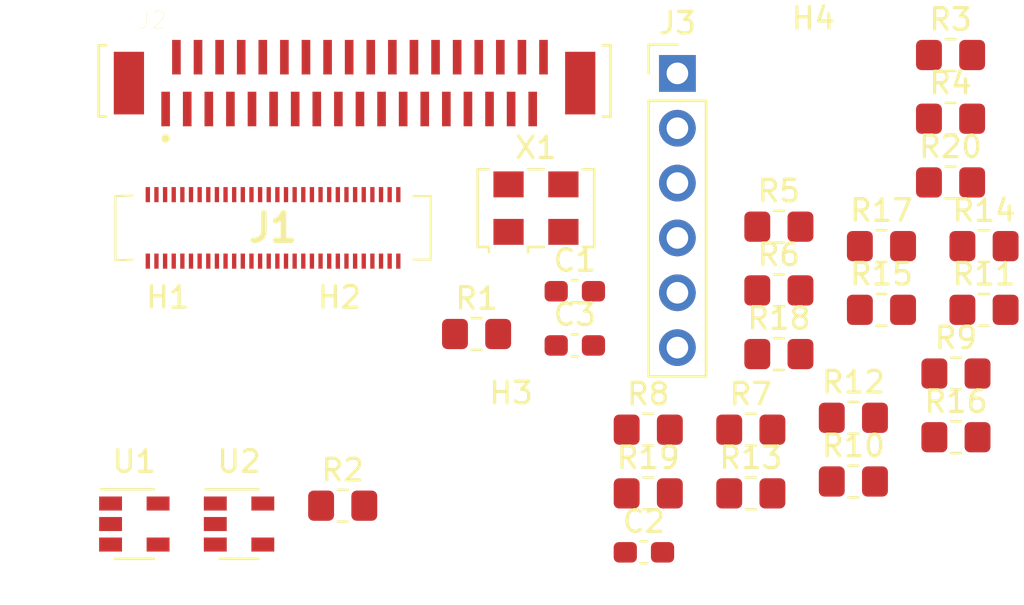
<source format=kicad_pcb>
(kicad_pcb (version 20171130) (host pcbnew 5.1.9-73d0e3b20d~88~ubuntu20.04.1)

  (general
    (thickness 1.6)
    (drawings 0)
    (tracks 0)
    (zones 0)
    (modules 33)
    (nets 78)
  )

  (page A4)
  (layers
    (0 F.Cu signal)
    (31 B.Cu signal)
    (32 B.Adhes user)
    (33 F.Adhes user)
    (34 B.Paste user)
    (35 F.Paste user)
    (36 B.SilkS user)
    (37 F.SilkS user)
    (38 B.Mask user)
    (39 F.Mask user)
    (40 Dwgs.User user)
    (41 Cmts.User user)
    (42 Eco1.User user)
    (43 Eco2.User user)
    (44 Edge.Cuts user)
    (45 Margin user)
    (46 B.CrtYd user)
    (47 F.CrtYd user)
    (48 B.Fab user)
    (49 F.Fab user)
  )

  (setup
    (last_trace_width 0.25)
    (trace_clearance 0.2)
    (zone_clearance 0.508)
    (zone_45_only no)
    (trace_min 0.2)
    (via_size 0.8)
    (via_drill 0.4)
    (via_min_size 0.4)
    (via_min_drill 0.3)
    (uvia_size 0.3)
    (uvia_drill 0.1)
    (uvias_allowed no)
    (uvia_min_size 0.2)
    (uvia_min_drill 0.1)
    (edge_width 0.05)
    (segment_width 0.2)
    (pcb_text_width 0.3)
    (pcb_text_size 1.5 1.5)
    (mod_edge_width 0.12)
    (mod_text_size 1 1)
    (mod_text_width 0.15)
    (pad_size 1.524 1.524)
    (pad_drill 0.762)
    (pad_to_mask_clearance 0)
    (aux_axis_origin 0 0)
    (visible_elements FFFFFF7F)
    (pcbplotparams
      (layerselection 0x010fc_ffffffff)
      (usegerberextensions false)
      (usegerberattributes true)
      (usegerberadvancedattributes true)
      (creategerberjobfile true)
      (excludeedgelayer true)
      (linewidth 0.100000)
      (plotframeref false)
      (viasonmask false)
      (mode 1)
      (useauxorigin false)
      (hpglpennumber 1)
      (hpglpenspeed 20)
      (hpglpendiameter 15.000000)
      (psnegative false)
      (psa4output false)
      (plotreference true)
      (plotvalue true)
      (plotinvisibletext false)
      (padsonsilk false)
      (subtractmaskfromsilk false)
      (outputformat 1)
      (mirror false)
      (drillshape 1)
      (scaleselection 1)
      (outputdirectory ""))
  )

  (net 0 "")
  (net 1 GND)
  (net 2 +3V3)
  (net 3 "Net-(C2-Pad1)")
  (net 4 +1V2)
  (net 5 /MIPI_CSI_CLK0_N)
  (net 6 "Net-(J1-Pad59)")
  (net 7 /MIPI_CSI_CLK0_P)
  (net 8 "Net-(J1-Pad57)")
  (net 9 /MIPI_CSI_DAT1_P)
  (net 10 /MIPI_CSI_DAT0_P)
  (net 11 /MIPI_CSI_DAT1_N)
  (net 12 /MIPI_CSI_DAT0_N)
  (net 13 "Net-(J1-Pad48)")
  (net 14 "Net-(J1-Pad47)")
  (net 15 "Net-(J1-Pad46)")
  (net 16 "Net-(J1-Pad45)")
  (net 17 "Net-(J1-Pad42)")
  (net 18 "Net-(J1-Pad41)")
  (net 19 "Net-(J1-Pad40)")
  (net 20 /INCK)
  (net 21 "Net-(J1-Pad36)")
  (net 22 /SLAMODE)
  (net 23 "Net-(J1-Pad34)")
  (net 24 /CAM_PWDN)
  (net 25 "Net-(J1-Pad32)")
  (net 26 /XTRIG)
  (net 27 "Net-(J1-Pad30)")
  (net 28 /XHS)
  (net 29 "Net-(J1-Pad28)")
  (net 30 /CAM_I2C_SDA)
  (net 31 "Net-(J1-Pad26)")
  (net 32 /XVS)
  (net 33 "Net-(J1-Pad24)")
  (net 34 "Net-(J1-Pad23)")
  (net 35 "Net-(J1-Pad22)")
  (net 36 /CAM_I2C_SCL)
  (net 37 "Net-(J1-Pad20)")
  (net 38 /XMASTER)
  (net 39 "Net-(J1-Pad18)")
  (net 40 "Net-(J1-Pad17)")
  (net 41 "Net-(J1-Pad16)")
  (net 42 /CAM_nRST)
  (net 43 "Net-(J1-Pad10)")
  (net 44 "Net-(J1-Pad9)")
  (net 45 VDD)
  (net 46 VAA)
  (net 47 +1V8)
  (net 48 +5V)
  (net 49 /SOC_MCLK)
  (net 50 "Net-(J2-Pad33)")
  (net 51 "Net-(J2-Pad32)")
  (net 52 "Net-(J2-Pad31)")
  (net 53 "Net-(J2-Pad30)")
  (net 54 /CAM_RST)
  (net 55 /MASTER_SLAVE)
  (net 56 /HSYNC)
  (net 57 /VSYNC)
  (net 58 "Net-(J2-Pad21)")
  (net 59 "Net-(J2-Pad20)")
  (net 60 "Net-(J2-Pad18)")
  (net 61 "Net-(J2-Pad17)")
  (net 62 /CSI_A_DAT1_N)
  (net 63 /CSI_A_DAT1_P)
  (net 64 "Net-(J2-Pad13)")
  (net 65 /CSI_A_CLK0_N)
  (net 66 /CSI_A_CLK0_P)
  (net 67 "Net-(J2-Pad10)")
  (net 68 /CSI_A_DAT0_N)
  (net 69 /CSI_A_DAT0_P)
  (net 70 "Net-(J2-Pad4)")
  (net 71 "Net-(J2-Pad3)")
  (net 72 "Net-(J2-Pad1)")
  (net 73 /OB_MCLK)
  (net 74 "Net-(R10-Pad1)")
  (net 75 /MIPI_CSI_DAT01_N)
  (net 76 "Net-(U1-Pad4)")
  (net 77 "Net-(U2-Pad1)")

  (net_class Default "This is the default net class."
    (clearance 0.2)
    (trace_width 0.25)
    (via_dia 0.8)
    (via_drill 0.4)
    (uvia_dia 0.3)
    (uvia_drill 0.1)
    (add_net +1V2)
    (add_net +1V8)
    (add_net +3V3)
    (add_net +5V)
    (add_net /CAM_I2C_SCL)
    (add_net /CAM_I2C_SDA)
    (add_net /CAM_PWDN)
    (add_net /CAM_RST)
    (add_net /CAM_nRST)
    (add_net /CSI_A_CLK0_N)
    (add_net /CSI_A_CLK0_P)
    (add_net /CSI_A_DAT0_N)
    (add_net /CSI_A_DAT0_P)
    (add_net /CSI_A_DAT1_N)
    (add_net /CSI_A_DAT1_P)
    (add_net /HSYNC)
    (add_net /INCK)
    (add_net /MASTER_SLAVE)
    (add_net /MIPI_CSI_CLK0_N)
    (add_net /MIPI_CSI_CLK0_P)
    (add_net /MIPI_CSI_DAT01_N)
    (add_net /MIPI_CSI_DAT0_N)
    (add_net /MIPI_CSI_DAT0_P)
    (add_net /MIPI_CSI_DAT1_N)
    (add_net /MIPI_CSI_DAT1_P)
    (add_net /OB_MCLK)
    (add_net /SLAMODE)
    (add_net /SOC_MCLK)
    (add_net /VSYNC)
    (add_net /XHS)
    (add_net /XMASTER)
    (add_net /XTRIG)
    (add_net /XVS)
    (add_net GND)
    (add_net "Net-(C2-Pad1)")
    (add_net "Net-(J1-Pad10)")
    (add_net "Net-(J1-Pad16)")
    (add_net "Net-(J1-Pad17)")
    (add_net "Net-(J1-Pad18)")
    (add_net "Net-(J1-Pad20)")
    (add_net "Net-(J1-Pad22)")
    (add_net "Net-(J1-Pad23)")
    (add_net "Net-(J1-Pad24)")
    (add_net "Net-(J1-Pad26)")
    (add_net "Net-(J1-Pad28)")
    (add_net "Net-(J1-Pad30)")
    (add_net "Net-(J1-Pad32)")
    (add_net "Net-(J1-Pad34)")
    (add_net "Net-(J1-Pad36)")
    (add_net "Net-(J1-Pad40)")
    (add_net "Net-(J1-Pad41)")
    (add_net "Net-(J1-Pad42)")
    (add_net "Net-(J1-Pad45)")
    (add_net "Net-(J1-Pad46)")
    (add_net "Net-(J1-Pad47)")
    (add_net "Net-(J1-Pad48)")
    (add_net "Net-(J1-Pad57)")
    (add_net "Net-(J1-Pad59)")
    (add_net "Net-(J1-Pad9)")
    (add_net "Net-(J2-Pad1)")
    (add_net "Net-(J2-Pad10)")
    (add_net "Net-(J2-Pad13)")
    (add_net "Net-(J2-Pad17)")
    (add_net "Net-(J2-Pad18)")
    (add_net "Net-(J2-Pad20)")
    (add_net "Net-(J2-Pad21)")
    (add_net "Net-(J2-Pad3)")
    (add_net "Net-(J2-Pad30)")
    (add_net "Net-(J2-Pad31)")
    (add_net "Net-(J2-Pad32)")
    (add_net "Net-(J2-Pad33)")
    (add_net "Net-(J2-Pad4)")
    (add_net "Net-(R10-Pad1)")
    (add_net "Net-(U1-Pad4)")
    (add_net "Net-(U2-Pad1)")
    (add_net VAA)
    (add_net VDD)
  )

  (module Oscillator:Oscillator_SMD_TXC_7C-4Pin_5.0x3.2mm (layer F.Cu) (tedit 58CD3345) (tstamp 60AC9911)
    (at 131.55 62.19)
    (descr "Miniature Crystal Clock Oscillator TXC 7C series, http://www.txccorp.com/download/products/osc/7C_o.pdf, 5.0x3.2mm^2 package")
    (tags "SMD SMT crystal oscillator")
    (path /61143880)
    (attr smd)
    (fp_text reference X1 (at 0 -2.8) (layer F.SilkS)
      (effects (font (size 1 1) (thickness 0.15)))
    )
    (fp_text value TXC-7C (at 0 2.8) (layer F.Fab)
      (effects (font (size 1 1) (thickness 0.15)))
    )
    (fp_text user %R (at 0 0) (layer F.Fab)
      (effects (font (size 1 1) (thickness 0.15)))
    )
    (fp_line (start -2.3 -1.6) (end 2.3 -1.6) (layer F.Fab) (width 0.1))
    (fp_line (start 2.3 -1.6) (end 2.5 -1.4) (layer F.Fab) (width 0.1))
    (fp_line (start 2.5 -1.4) (end 2.5 1.4) (layer F.Fab) (width 0.1))
    (fp_line (start 2.5 1.4) (end 2.3 1.6) (layer F.Fab) (width 0.1))
    (fp_line (start 2.3 1.6) (end -2.3 1.6) (layer F.Fab) (width 0.1))
    (fp_line (start -2.3 1.6) (end -2.5 1.4) (layer F.Fab) (width 0.1))
    (fp_line (start -2.5 1.4) (end -2.5 -1.4) (layer F.Fab) (width 0.1))
    (fp_line (start -2.5 -1.4) (end -2.3 -1.6) (layer F.Fab) (width 0.1))
    (fp_line (start -2.5 0.6) (end -1.5 1.6) (layer F.Fab) (width 0.1))
    (fp_line (start 2.17 -1.8) (end 2.7 -1.8) (layer F.SilkS) (width 0.12))
    (fp_line (start 2.7 -1.8) (end 2.7 1.8) (layer F.SilkS) (width 0.12))
    (fp_line (start 2.7 1.8) (end 2.17 1.8) (layer F.SilkS) (width 0.12))
    (fp_line (start -0.37 -1.8) (end 0.37 -1.8) (layer F.SilkS) (width 0.12))
    (fp_line (start -2.17 2.04) (end -2.17 1.8) (layer F.SilkS) (width 0.12))
    (fp_line (start -2.17 1.8) (end -2.7 1.8) (layer F.SilkS) (width 0.12))
    (fp_line (start -2.7 1.8) (end -2.7 -1.8) (layer F.SilkS) (width 0.12))
    (fp_line (start -2.7 -1.8) (end -2.17 -1.8) (layer F.SilkS) (width 0.12))
    (fp_line (start 0.37 1.8) (end -0.37 1.8) (layer F.SilkS) (width 0.12))
    (fp_line (start -0.37 1.8) (end -0.37 2.04) (layer F.SilkS) (width 0.12))
    (fp_line (start -2.8 -2) (end -2.8 2) (layer F.CrtYd) (width 0.05))
    (fp_line (start -2.8 2) (end 2.8 2) (layer F.CrtYd) (width 0.05))
    (fp_line (start 2.8 2) (end 2.8 -2) (layer F.CrtYd) (width 0.05))
    (fp_line (start 2.8 -2) (end -2.8 -2) (layer F.CrtYd) (width 0.05))
    (fp_circle (center 0 0) (end 0.5 0) (layer F.Adhes) (width 0.1))
    (fp_circle (center 0 0) (end 0.416667 0) (layer F.Adhes) (width 0.166667))
    (fp_circle (center 0 0) (end 0.266667 0) (layer F.Adhes) (width 0.166667))
    (fp_circle (center 0 0) (end 0.116667 0) (layer F.Adhes) (width 0.233333))
    (pad 4 smd rect (at -1.27 -1.1) (size 1.4 1.2) (layers F.Cu F.Paste F.Mask)
      (net 47 +1V8))
    (pad 3 smd rect (at 1.27 -1.1) (size 1.4 1.2) (layers F.Cu F.Paste F.Mask)
      (net 73 /OB_MCLK))
    (pad 2 smd rect (at 1.27 1.1) (size 1.4 1.2) (layers F.Cu F.Paste F.Mask)
      (net 1 GND))
    (pad 1 smd rect (at -1.27 1.1) (size 1.4 1.2) (layers F.Cu F.Paste F.Mask)
      (net 47 +1V8))
    (model ${KISYS3DMOD}/Oscillator.3dshapes/Oscillator_SMD_TXC_7C-4Pin_5.0x3.2mm.wrl
      (at (xyz 0 0 0))
      (scale (xyz 1 1 1))
      (rotate (xyz 0 0 0))
    )
  )

  (module Package_TO_SOT_SMD:SOT-23-5 (layer F.Cu) (tedit 5A02FF57) (tstamp 60AC98ED)
    (at 117.8 76.82)
    (descr "5-pin SOT23 package")
    (tags SOT-23-5)
    (path /610EB6EF)
    (attr smd)
    (fp_text reference U2 (at 0 -2.9) (layer F.SilkS)
      (effects (font (size 1 1) (thickness 0.15)))
    )
    (fp_text value SN74LVC1G14DBV (at 0 2.9) (layer F.Fab)
      (effects (font (size 1 1) (thickness 0.15)))
    )
    (fp_text user %R (at 0 0 90) (layer F.Fab)
      (effects (font (size 0.5 0.5) (thickness 0.075)))
    )
    (fp_line (start -0.9 1.61) (end 0.9 1.61) (layer F.SilkS) (width 0.12))
    (fp_line (start 0.9 -1.61) (end -1.55 -1.61) (layer F.SilkS) (width 0.12))
    (fp_line (start -1.9 -1.8) (end 1.9 -1.8) (layer F.CrtYd) (width 0.05))
    (fp_line (start 1.9 -1.8) (end 1.9 1.8) (layer F.CrtYd) (width 0.05))
    (fp_line (start 1.9 1.8) (end -1.9 1.8) (layer F.CrtYd) (width 0.05))
    (fp_line (start -1.9 1.8) (end -1.9 -1.8) (layer F.CrtYd) (width 0.05))
    (fp_line (start -0.9 -0.9) (end -0.25 -1.55) (layer F.Fab) (width 0.1))
    (fp_line (start 0.9 -1.55) (end -0.25 -1.55) (layer F.Fab) (width 0.1))
    (fp_line (start -0.9 -0.9) (end -0.9 1.55) (layer F.Fab) (width 0.1))
    (fp_line (start 0.9 1.55) (end -0.9 1.55) (layer F.Fab) (width 0.1))
    (fp_line (start 0.9 -1.55) (end 0.9 1.55) (layer F.Fab) (width 0.1))
    (pad 5 smd rect (at 1.1 -0.95) (size 1.06 0.65) (layers F.Cu F.Paste F.Mask)
      (net 47 +1V8))
    (pad 4 smd rect (at 1.1 0.95) (size 1.06 0.65) (layers F.Cu F.Paste F.Mask)
      (net 20 /INCK))
    (pad 3 smd rect (at -1.1 0.95) (size 1.06 0.65) (layers F.Cu F.Paste F.Mask)
      (net 1 GND))
    (pad 2 smd rect (at -1.1 0) (size 1.06 0.65) (layers F.Cu F.Paste F.Mask)
      (net 74 "Net-(R10-Pad1)"))
    (pad 1 smd rect (at -1.1 -0.95) (size 1.06 0.65) (layers F.Cu F.Paste F.Mask)
      (net 77 "Net-(U2-Pad1)"))
    (model ${KISYS3DMOD}/Package_TO_SOT_SMD.3dshapes/SOT-23-5.wrl
      (at (xyz 0 0 0))
      (scale (xyz 1 1 1))
      (rotate (xyz 0 0 0))
    )
  )

  (module Package_TO_SOT_SMD:SOT-23-5 (layer F.Cu) (tedit 5A02FF57) (tstamp 60AC98D8)
    (at 112.95 76.82)
    (descr "5-pin SOT23 package")
    (tags SOT-23-5)
    (path /60DC3FF0)
    (attr smd)
    (fp_text reference U1 (at 0 -2.9) (layer F.SilkS)
      (effects (font (size 1 1) (thickness 0.15)))
    )
    (fp_text value LP5907MFX-1.2 (at 0 2.9) (layer F.Fab)
      (effects (font (size 1 1) (thickness 0.15)))
    )
    (fp_text user %R (at 0 0 90) (layer F.Fab)
      (effects (font (size 0.5 0.5) (thickness 0.075)))
    )
    (fp_line (start -0.9 1.61) (end 0.9 1.61) (layer F.SilkS) (width 0.12))
    (fp_line (start 0.9 -1.61) (end -1.55 -1.61) (layer F.SilkS) (width 0.12))
    (fp_line (start -1.9 -1.8) (end 1.9 -1.8) (layer F.CrtYd) (width 0.05))
    (fp_line (start 1.9 -1.8) (end 1.9 1.8) (layer F.CrtYd) (width 0.05))
    (fp_line (start 1.9 1.8) (end -1.9 1.8) (layer F.CrtYd) (width 0.05))
    (fp_line (start -1.9 1.8) (end -1.9 -1.8) (layer F.CrtYd) (width 0.05))
    (fp_line (start -0.9 -0.9) (end -0.25 -1.55) (layer F.Fab) (width 0.1))
    (fp_line (start 0.9 -1.55) (end -0.25 -1.55) (layer F.Fab) (width 0.1))
    (fp_line (start -0.9 -0.9) (end -0.9 1.55) (layer F.Fab) (width 0.1))
    (fp_line (start 0.9 1.55) (end -0.9 1.55) (layer F.Fab) (width 0.1))
    (fp_line (start 0.9 -1.55) (end 0.9 1.55) (layer F.Fab) (width 0.1))
    (pad 5 smd rect (at 1.1 -0.95) (size 1.06 0.65) (layers F.Cu F.Paste F.Mask)
      (net 4 +1V2))
    (pad 4 smd rect (at 1.1 0.95) (size 1.06 0.65) (layers F.Cu F.Paste F.Mask)
      (net 76 "Net-(U1-Pad4)"))
    (pad 3 smd rect (at -1.1 0.95) (size 1.06 0.65) (layers F.Cu F.Paste F.Mask)
      (net 3 "Net-(C2-Pad1)"))
    (pad 2 smd rect (at -1.1 0) (size 1.06 0.65) (layers F.Cu F.Paste F.Mask)
      (net 1 GND))
    (pad 1 smd rect (at -1.1 -0.95) (size 1.06 0.65) (layers F.Cu F.Paste F.Mask)
      (net 2 +3V3))
    (model ${KISYS3DMOD}/Package_TO_SOT_SMD.3dshapes/SOT-23-5.wrl
      (at (xyz 0 0 0))
      (scale (xyz 1 1 1))
      (rotate (xyz 0 0 0))
    )
  )

  (module Resistor_SMD:R_0805_2012Metric_Pad1.20x1.40mm_HandSolder (layer F.Cu) (tedit 5F68FEEE) (tstamp 60AC98C3)
    (at 150.75 61)
    (descr "Resistor SMD 0805 (2012 Metric), square (rectangular) end terminal, IPC_7351 nominal with elongated pad for handsoldering. (Body size source: IPC-SM-782 page 72, https://www.pcb-3d.com/wordpress/wp-content/uploads/ipc-sm-782a_amendment_1_and_2.pdf), generated with kicad-footprint-generator")
    (tags "resistor handsolder")
    (path /60EEDB7A)
    (attr smd)
    (fp_text reference R20 (at 0 -1.65) (layer F.SilkS)
      (effects (font (size 1 1) (thickness 0.15)))
    )
    (fp_text value 0 (at 0 1.65) (layer F.Fab)
      (effects (font (size 1 1) (thickness 0.15)))
    )
    (fp_text user %R (at 0 0) (layer F.Fab)
      (effects (font (size 0.5 0.5) (thickness 0.08)))
    )
    (fp_line (start -1 0.625) (end -1 -0.625) (layer F.Fab) (width 0.1))
    (fp_line (start -1 -0.625) (end 1 -0.625) (layer F.Fab) (width 0.1))
    (fp_line (start 1 -0.625) (end 1 0.625) (layer F.Fab) (width 0.1))
    (fp_line (start 1 0.625) (end -1 0.625) (layer F.Fab) (width 0.1))
    (fp_line (start -0.227064 -0.735) (end 0.227064 -0.735) (layer F.SilkS) (width 0.12))
    (fp_line (start -0.227064 0.735) (end 0.227064 0.735) (layer F.SilkS) (width 0.12))
    (fp_line (start -1.85 0.95) (end -1.85 -0.95) (layer F.CrtYd) (width 0.05))
    (fp_line (start -1.85 -0.95) (end 1.85 -0.95) (layer F.CrtYd) (width 0.05))
    (fp_line (start 1.85 -0.95) (end 1.85 0.95) (layer F.CrtYd) (width 0.05))
    (fp_line (start 1.85 0.95) (end -1.85 0.95) (layer F.CrtYd) (width 0.05))
    (pad 2 smd roundrect (at 1 0) (size 1.2 1.4) (layers F.Cu F.Paste F.Mask) (roundrect_rratio 0.208333)
      (net 69 /CSI_A_DAT0_P))
    (pad 1 smd roundrect (at -1 0) (size 1.2 1.4) (layers F.Cu F.Paste F.Mask) (roundrect_rratio 0.208333)
      (net 10 /MIPI_CSI_DAT0_P))
    (model ${KISYS3DMOD}/Resistor_SMD.3dshapes/R_0805_2012Metric.wrl
      (at (xyz 0 0 0))
      (scale (xyz 1 1 1))
      (rotate (xyz 0 0 0))
    )
  )

  (module Resistor_SMD:R_0805_2012Metric_Pad1.20x1.40mm_HandSolder (layer F.Cu) (tedit 5F68FEEE) (tstamp 60AC98B2)
    (at 136.75 75.4)
    (descr "Resistor SMD 0805 (2012 Metric), square (rectangular) end terminal, IPC_7351 nominal with elongated pad for handsoldering. (Body size source: IPC-SM-782 page 72, https://www.pcb-3d.com/wordpress/wp-content/uploads/ipc-sm-782a_amendment_1_and_2.pdf), generated with kicad-footprint-generator")
    (tags "resistor handsolder")
    (path /60EF0AC7)
    (attr smd)
    (fp_text reference R19 (at 0 -1.65) (layer F.SilkS)
      (effects (font (size 1 1) (thickness 0.15)))
    )
    (fp_text value 0 (at 0 1.65) (layer F.Fab)
      (effects (font (size 1 1) (thickness 0.15)))
    )
    (fp_text user %R (at 0 0) (layer F.Fab)
      (effects (font (size 0.5 0.5) (thickness 0.08)))
    )
    (fp_line (start -1 0.625) (end -1 -0.625) (layer F.Fab) (width 0.1))
    (fp_line (start -1 -0.625) (end 1 -0.625) (layer F.Fab) (width 0.1))
    (fp_line (start 1 -0.625) (end 1 0.625) (layer F.Fab) (width 0.1))
    (fp_line (start 1 0.625) (end -1 0.625) (layer F.Fab) (width 0.1))
    (fp_line (start -0.227064 -0.735) (end 0.227064 -0.735) (layer F.SilkS) (width 0.12))
    (fp_line (start -0.227064 0.735) (end 0.227064 0.735) (layer F.SilkS) (width 0.12))
    (fp_line (start -1.85 0.95) (end -1.85 -0.95) (layer F.CrtYd) (width 0.05))
    (fp_line (start -1.85 -0.95) (end 1.85 -0.95) (layer F.CrtYd) (width 0.05))
    (fp_line (start 1.85 -0.95) (end 1.85 0.95) (layer F.CrtYd) (width 0.05))
    (fp_line (start 1.85 0.95) (end -1.85 0.95) (layer F.CrtYd) (width 0.05))
    (pad 2 smd roundrect (at 1 0) (size 1.2 1.4) (layers F.Cu F.Paste F.Mask) (roundrect_rratio 0.208333)
      (net 68 /CSI_A_DAT0_N))
    (pad 1 smd roundrect (at -1 0) (size 1.2 1.4) (layers F.Cu F.Paste F.Mask) (roundrect_rratio 0.208333)
      (net 12 /MIPI_CSI_DAT0_N))
    (model ${KISYS3DMOD}/Resistor_SMD.3dshapes/R_0805_2012Metric.wrl
      (at (xyz 0 0 0))
      (scale (xyz 1 1 1))
      (rotate (xyz 0 0 0))
    )
  )

  (module Resistor_SMD:R_0805_2012Metric_Pad1.20x1.40mm_HandSolder (layer F.Cu) (tedit 5F68FEEE) (tstamp 60AC98A1)
    (at 142.8 68.95)
    (descr "Resistor SMD 0805 (2012 Metric), square (rectangular) end terminal, IPC_7351 nominal with elongated pad for handsoldering. (Body size source: IPC-SM-782 page 72, https://www.pcb-3d.com/wordpress/wp-content/uploads/ipc-sm-782a_amendment_1_and_2.pdf), generated with kicad-footprint-generator")
    (tags "resistor handsolder")
    (path /60EF7A33)
    (attr smd)
    (fp_text reference R18 (at 0 -1.65) (layer F.SilkS)
      (effects (font (size 1 1) (thickness 0.15)))
    )
    (fp_text value 0 (at 0 1.65) (layer F.Fab)
      (effects (font (size 1 1) (thickness 0.15)))
    )
    (fp_text user %R (at 0 0) (layer F.Fab)
      (effects (font (size 0.5 0.5) (thickness 0.08)))
    )
    (fp_line (start -1 0.625) (end -1 -0.625) (layer F.Fab) (width 0.1))
    (fp_line (start -1 -0.625) (end 1 -0.625) (layer F.Fab) (width 0.1))
    (fp_line (start 1 -0.625) (end 1 0.625) (layer F.Fab) (width 0.1))
    (fp_line (start 1 0.625) (end -1 0.625) (layer F.Fab) (width 0.1))
    (fp_line (start -0.227064 -0.735) (end 0.227064 -0.735) (layer F.SilkS) (width 0.12))
    (fp_line (start -0.227064 0.735) (end 0.227064 0.735) (layer F.SilkS) (width 0.12))
    (fp_line (start -1.85 0.95) (end -1.85 -0.95) (layer F.CrtYd) (width 0.05))
    (fp_line (start -1.85 -0.95) (end 1.85 -0.95) (layer F.CrtYd) (width 0.05))
    (fp_line (start 1.85 -0.95) (end 1.85 0.95) (layer F.CrtYd) (width 0.05))
    (fp_line (start 1.85 0.95) (end -1.85 0.95) (layer F.CrtYd) (width 0.05))
    (pad 2 smd roundrect (at 1 0) (size 1.2 1.4) (layers F.Cu F.Paste F.Mask) (roundrect_rratio 0.208333)
      (net 66 /CSI_A_CLK0_P))
    (pad 1 smd roundrect (at -1 0) (size 1.2 1.4) (layers F.Cu F.Paste F.Mask) (roundrect_rratio 0.208333)
      (net 7 /MIPI_CSI_CLK0_P))
    (model ${KISYS3DMOD}/Resistor_SMD.3dshapes/R_0805_2012Metric.wrl
      (at (xyz 0 0 0))
      (scale (xyz 1 1 1))
      (rotate (xyz 0 0 0))
    )
  )

  (module Resistor_SMD:R_0805_2012Metric_Pad1.20x1.40mm_HandSolder (layer F.Cu) (tedit 5F68FEEE) (tstamp 60AC9890)
    (at 147.55 63.95)
    (descr "Resistor SMD 0805 (2012 Metric), square (rectangular) end terminal, IPC_7351 nominal with elongated pad for handsoldering. (Body size source: IPC-SM-782 page 72, https://www.pcb-3d.com/wordpress/wp-content/uploads/ipc-sm-782a_amendment_1_and_2.pdf), generated with kicad-footprint-generator")
    (tags "resistor handsolder")
    (path /60EFE919)
    (attr smd)
    (fp_text reference R17 (at 0 -1.65) (layer F.SilkS)
      (effects (font (size 1 1) (thickness 0.15)))
    )
    (fp_text value 0 (at 0 1.65) (layer F.Fab)
      (effects (font (size 1 1) (thickness 0.15)))
    )
    (fp_text user %R (at 0 0) (layer F.Fab)
      (effects (font (size 0.5 0.5) (thickness 0.08)))
    )
    (fp_line (start -1 0.625) (end -1 -0.625) (layer F.Fab) (width 0.1))
    (fp_line (start -1 -0.625) (end 1 -0.625) (layer F.Fab) (width 0.1))
    (fp_line (start 1 -0.625) (end 1 0.625) (layer F.Fab) (width 0.1))
    (fp_line (start 1 0.625) (end -1 0.625) (layer F.Fab) (width 0.1))
    (fp_line (start -0.227064 -0.735) (end 0.227064 -0.735) (layer F.SilkS) (width 0.12))
    (fp_line (start -0.227064 0.735) (end 0.227064 0.735) (layer F.SilkS) (width 0.12))
    (fp_line (start -1.85 0.95) (end -1.85 -0.95) (layer F.CrtYd) (width 0.05))
    (fp_line (start -1.85 -0.95) (end 1.85 -0.95) (layer F.CrtYd) (width 0.05))
    (fp_line (start 1.85 -0.95) (end 1.85 0.95) (layer F.CrtYd) (width 0.05))
    (fp_line (start 1.85 0.95) (end -1.85 0.95) (layer F.CrtYd) (width 0.05))
    (pad 2 smd roundrect (at 1 0) (size 1.2 1.4) (layers F.Cu F.Paste F.Mask) (roundrect_rratio 0.208333)
      (net 65 /CSI_A_CLK0_N))
    (pad 1 smd roundrect (at -1 0) (size 1.2 1.4) (layers F.Cu F.Paste F.Mask) (roundrect_rratio 0.208333)
      (net 5 /MIPI_CSI_CLK0_N))
    (model ${KISYS3DMOD}/Resistor_SMD.3dshapes/R_0805_2012Metric.wrl
      (at (xyz 0 0 0))
      (scale (xyz 1 1 1))
      (rotate (xyz 0 0 0))
    )
  )

  (module Resistor_SMD:R_0805_2012Metric_Pad1.20x1.40mm_HandSolder (layer F.Cu) (tedit 5F68FEEE) (tstamp 60AC987F)
    (at 151 72.8)
    (descr "Resistor SMD 0805 (2012 Metric), square (rectangular) end terminal, IPC_7351 nominal with elongated pad for handsoldering. (Body size source: IPC-SM-782 page 72, https://www.pcb-3d.com/wordpress/wp-content/uploads/ipc-sm-782a_amendment_1_and_2.pdf), generated with kicad-footprint-generator")
    (tags "resistor handsolder")
    (path /60F0591F)
    (attr smd)
    (fp_text reference R16 (at 0 -1.65) (layer F.SilkS)
      (effects (font (size 1 1) (thickness 0.15)))
    )
    (fp_text value 0 (at 0 1.65) (layer F.Fab)
      (effects (font (size 1 1) (thickness 0.15)))
    )
    (fp_text user %R (at 0 0) (layer F.Fab)
      (effects (font (size 0.5 0.5) (thickness 0.08)))
    )
    (fp_line (start -1 0.625) (end -1 -0.625) (layer F.Fab) (width 0.1))
    (fp_line (start -1 -0.625) (end 1 -0.625) (layer F.Fab) (width 0.1))
    (fp_line (start 1 -0.625) (end 1 0.625) (layer F.Fab) (width 0.1))
    (fp_line (start 1 0.625) (end -1 0.625) (layer F.Fab) (width 0.1))
    (fp_line (start -0.227064 -0.735) (end 0.227064 -0.735) (layer F.SilkS) (width 0.12))
    (fp_line (start -0.227064 0.735) (end 0.227064 0.735) (layer F.SilkS) (width 0.12))
    (fp_line (start -1.85 0.95) (end -1.85 -0.95) (layer F.CrtYd) (width 0.05))
    (fp_line (start -1.85 -0.95) (end 1.85 -0.95) (layer F.CrtYd) (width 0.05))
    (fp_line (start 1.85 -0.95) (end 1.85 0.95) (layer F.CrtYd) (width 0.05))
    (fp_line (start 1.85 0.95) (end -1.85 0.95) (layer F.CrtYd) (width 0.05))
    (pad 2 smd roundrect (at 1 0) (size 1.2 1.4) (layers F.Cu F.Paste F.Mask) (roundrect_rratio 0.208333)
      (net 63 /CSI_A_DAT1_P))
    (pad 1 smd roundrect (at -1 0) (size 1.2 1.4) (layers F.Cu F.Paste F.Mask) (roundrect_rratio 0.208333)
      (net 9 /MIPI_CSI_DAT1_P))
    (model ${KISYS3DMOD}/Resistor_SMD.3dshapes/R_0805_2012Metric.wrl
      (at (xyz 0 0 0))
      (scale (xyz 1 1 1))
      (rotate (xyz 0 0 0))
    )
  )

  (module Resistor_SMD:R_0805_2012Metric_Pad1.20x1.40mm_HandSolder (layer F.Cu) (tedit 5F68FEEE) (tstamp 60AC986E)
    (at 147.55 66.9)
    (descr "Resistor SMD 0805 (2012 Metric), square (rectangular) end terminal, IPC_7351 nominal with elongated pad for handsoldering. (Body size source: IPC-SM-782 page 72, https://www.pcb-3d.com/wordpress/wp-content/uploads/ipc-sm-782a_amendment_1_and_2.pdf), generated with kicad-footprint-generator")
    (tags "resistor handsolder")
    (path /60F0CB5C)
    (attr smd)
    (fp_text reference R15 (at 0 -1.65) (layer F.SilkS)
      (effects (font (size 1 1) (thickness 0.15)))
    )
    (fp_text value 0 (at 0 1.65) (layer F.Fab)
      (effects (font (size 1 1) (thickness 0.15)))
    )
    (fp_text user %R (at 0 0) (layer F.Fab)
      (effects (font (size 0.5 0.5) (thickness 0.08)))
    )
    (fp_line (start -1 0.625) (end -1 -0.625) (layer F.Fab) (width 0.1))
    (fp_line (start -1 -0.625) (end 1 -0.625) (layer F.Fab) (width 0.1))
    (fp_line (start 1 -0.625) (end 1 0.625) (layer F.Fab) (width 0.1))
    (fp_line (start 1 0.625) (end -1 0.625) (layer F.Fab) (width 0.1))
    (fp_line (start -0.227064 -0.735) (end 0.227064 -0.735) (layer F.SilkS) (width 0.12))
    (fp_line (start -0.227064 0.735) (end 0.227064 0.735) (layer F.SilkS) (width 0.12))
    (fp_line (start -1.85 0.95) (end -1.85 -0.95) (layer F.CrtYd) (width 0.05))
    (fp_line (start -1.85 -0.95) (end 1.85 -0.95) (layer F.CrtYd) (width 0.05))
    (fp_line (start 1.85 -0.95) (end 1.85 0.95) (layer F.CrtYd) (width 0.05))
    (fp_line (start 1.85 0.95) (end -1.85 0.95) (layer F.CrtYd) (width 0.05))
    (pad 2 smd roundrect (at 1 0) (size 1.2 1.4) (layers F.Cu F.Paste F.Mask) (roundrect_rratio 0.208333)
      (net 62 /CSI_A_DAT1_N))
    (pad 1 smd roundrect (at -1 0) (size 1.2 1.4) (layers F.Cu F.Paste F.Mask) (roundrect_rratio 0.208333)
      (net 75 /MIPI_CSI_DAT01_N))
    (model ${KISYS3DMOD}/Resistor_SMD.3dshapes/R_0805_2012Metric.wrl
      (at (xyz 0 0 0))
      (scale (xyz 1 1 1))
      (rotate (xyz 0 0 0))
    )
  )

  (module Resistor_SMD:R_0805_2012Metric_Pad1.20x1.40mm_HandSolder (layer F.Cu) (tedit 5F68FEEE) (tstamp 60AC985D)
    (at 152.3 63.95)
    (descr "Resistor SMD 0805 (2012 Metric), square (rectangular) end terminal, IPC_7351 nominal with elongated pad for handsoldering. (Body size source: IPC-SM-782 page 72, https://www.pcb-3d.com/wordpress/wp-content/uploads/ipc-sm-782a_amendment_1_and_2.pdf), generated with kicad-footprint-generator")
    (tags "resistor handsolder")
    (path /6101867F)
    (attr smd)
    (fp_text reference R14 (at 0 -1.65) (layer F.SilkS)
      (effects (font (size 1 1) (thickness 0.15)))
    )
    (fp_text value 0 (at 0 1.65) (layer F.Fab)
      (effects (font (size 1 1) (thickness 0.15)))
    )
    (fp_text user %R (at 0 0) (layer F.Fab)
      (effects (font (size 0.5 0.5) (thickness 0.08)))
    )
    (fp_line (start -1 0.625) (end -1 -0.625) (layer F.Fab) (width 0.1))
    (fp_line (start -1 -0.625) (end 1 -0.625) (layer F.Fab) (width 0.1))
    (fp_line (start 1 -0.625) (end 1 0.625) (layer F.Fab) (width 0.1))
    (fp_line (start 1 0.625) (end -1 0.625) (layer F.Fab) (width 0.1))
    (fp_line (start -0.227064 -0.735) (end 0.227064 -0.735) (layer F.SilkS) (width 0.12))
    (fp_line (start -0.227064 0.735) (end 0.227064 0.735) (layer F.SilkS) (width 0.12))
    (fp_line (start -1.85 0.95) (end -1.85 -0.95) (layer F.CrtYd) (width 0.05))
    (fp_line (start -1.85 -0.95) (end 1.85 -0.95) (layer F.CrtYd) (width 0.05))
    (fp_line (start 1.85 -0.95) (end 1.85 0.95) (layer F.CrtYd) (width 0.05))
    (fp_line (start 1.85 0.95) (end -1.85 0.95) (layer F.CrtYd) (width 0.05))
    (pad 2 smd roundrect (at 1 0) (size 1.2 1.4) (layers F.Cu F.Paste F.Mask) (roundrect_rratio 0.208333)
      (net 57 /VSYNC))
    (pad 1 smd roundrect (at -1 0) (size 1.2 1.4) (layers F.Cu F.Paste F.Mask) (roundrect_rratio 0.208333)
      (net 32 /XVS))
    (model ${KISYS3DMOD}/Resistor_SMD.3dshapes/R_0805_2012Metric.wrl
      (at (xyz 0 0 0))
      (scale (xyz 1 1 1))
      (rotate (xyz 0 0 0))
    )
  )

  (module Resistor_SMD:R_0805_2012Metric_Pad1.20x1.40mm_HandSolder (layer F.Cu) (tedit 5F68FEEE) (tstamp 60AC984C)
    (at 141.5 75.4)
    (descr "Resistor SMD 0805 (2012 Metric), square (rectangular) end terminal, IPC_7351 nominal with elongated pad for handsoldering. (Body size source: IPC-SM-782 page 72, https://www.pcb-3d.com/wordpress/wp-content/uploads/ipc-sm-782a_amendment_1_and_2.pdf), generated with kicad-footprint-generator")
    (tags "resistor handsolder")
    (path /61018685)
    (attr smd)
    (fp_text reference R13 (at 0 -1.65) (layer F.SilkS)
      (effects (font (size 1 1) (thickness 0.15)))
    )
    (fp_text value 0 (at 0 1.65) (layer F.Fab)
      (effects (font (size 1 1) (thickness 0.15)))
    )
    (fp_text user %R (at 0 0) (layer F.Fab)
      (effects (font (size 0.5 0.5) (thickness 0.08)))
    )
    (fp_line (start -1 0.625) (end -1 -0.625) (layer F.Fab) (width 0.1))
    (fp_line (start -1 -0.625) (end 1 -0.625) (layer F.Fab) (width 0.1))
    (fp_line (start 1 -0.625) (end 1 0.625) (layer F.Fab) (width 0.1))
    (fp_line (start 1 0.625) (end -1 0.625) (layer F.Fab) (width 0.1))
    (fp_line (start -0.227064 -0.735) (end 0.227064 -0.735) (layer F.SilkS) (width 0.12))
    (fp_line (start -0.227064 0.735) (end 0.227064 0.735) (layer F.SilkS) (width 0.12))
    (fp_line (start -1.85 0.95) (end -1.85 -0.95) (layer F.CrtYd) (width 0.05))
    (fp_line (start -1.85 -0.95) (end 1.85 -0.95) (layer F.CrtYd) (width 0.05))
    (fp_line (start 1.85 -0.95) (end 1.85 0.95) (layer F.CrtYd) (width 0.05))
    (fp_line (start 1.85 0.95) (end -1.85 0.95) (layer F.CrtYd) (width 0.05))
    (pad 2 smd roundrect (at 1 0) (size 1.2 1.4) (layers F.Cu F.Paste F.Mask) (roundrect_rratio 0.208333)
      (net 56 /HSYNC))
    (pad 1 smd roundrect (at -1 0) (size 1.2 1.4) (layers F.Cu F.Paste F.Mask) (roundrect_rratio 0.208333)
      (net 28 /XHS))
    (model ${KISYS3DMOD}/Resistor_SMD.3dshapes/R_0805_2012Metric.wrl
      (at (xyz 0 0 0))
      (scale (xyz 1 1 1))
      (rotate (xyz 0 0 0))
    )
  )

  (module Resistor_SMD:R_0805_2012Metric_Pad1.20x1.40mm_HandSolder (layer F.Cu) (tedit 5F68FEEE) (tstamp 60AC983B)
    (at 146.25 71.9)
    (descr "Resistor SMD 0805 (2012 Metric), square (rectangular) end terminal, IPC_7351 nominal with elongated pad for handsoldering. (Body size source: IPC-SM-782 page 72, https://www.pcb-3d.com/wordpress/wp-content/uploads/ipc-sm-782a_amendment_1_and_2.pdf), generated with kicad-footprint-generator")
    (tags "resistor handsolder")
    (path /6101868B)
    (attr smd)
    (fp_text reference R12 (at 0 -1.65) (layer F.SilkS)
      (effects (font (size 1 1) (thickness 0.15)))
    )
    (fp_text value 0 (at 0 1.65) (layer F.Fab)
      (effects (font (size 1 1) (thickness 0.15)))
    )
    (fp_text user %R (at 0 0) (layer F.Fab)
      (effects (font (size 0.5 0.5) (thickness 0.08)))
    )
    (fp_line (start -1 0.625) (end -1 -0.625) (layer F.Fab) (width 0.1))
    (fp_line (start -1 -0.625) (end 1 -0.625) (layer F.Fab) (width 0.1))
    (fp_line (start 1 -0.625) (end 1 0.625) (layer F.Fab) (width 0.1))
    (fp_line (start 1 0.625) (end -1 0.625) (layer F.Fab) (width 0.1))
    (fp_line (start -0.227064 -0.735) (end 0.227064 -0.735) (layer F.SilkS) (width 0.12))
    (fp_line (start -0.227064 0.735) (end 0.227064 0.735) (layer F.SilkS) (width 0.12))
    (fp_line (start -1.85 0.95) (end -1.85 -0.95) (layer F.CrtYd) (width 0.05))
    (fp_line (start -1.85 -0.95) (end 1.85 -0.95) (layer F.CrtYd) (width 0.05))
    (fp_line (start 1.85 -0.95) (end 1.85 0.95) (layer F.CrtYd) (width 0.05))
    (fp_line (start 1.85 0.95) (end -1.85 0.95) (layer F.CrtYd) (width 0.05))
    (pad 2 smd roundrect (at 1 0) (size 1.2 1.4) (layers F.Cu F.Paste F.Mask) (roundrect_rratio 0.208333)
      (net 55 /MASTER_SLAVE))
    (pad 1 smd roundrect (at -1 0) (size 1.2 1.4) (layers F.Cu F.Paste F.Mask) (roundrect_rratio 0.208333)
      (net 38 /XMASTER))
    (model ${KISYS3DMOD}/Resistor_SMD.3dshapes/R_0805_2012Metric.wrl
      (at (xyz 0 0 0))
      (scale (xyz 1 1 1))
      (rotate (xyz 0 0 0))
    )
  )

  (module Resistor_SMD:R_0805_2012Metric_Pad1.20x1.40mm_HandSolder (layer F.Cu) (tedit 5F68FEEE) (tstamp 60AC982A)
    (at 152.3 66.9)
    (descr "Resistor SMD 0805 (2012 Metric), square (rectangular) end terminal, IPC_7351 nominal with elongated pad for handsoldering. (Body size source: IPC-SM-782 page 72, https://www.pcb-3d.com/wordpress/wp-content/uploads/ipc-sm-782a_amendment_1_and_2.pdf), generated with kicad-footprint-generator")
    (tags "resistor handsolder")
    (path /61018691)
    (attr smd)
    (fp_text reference R11 (at 0 -1.65) (layer F.SilkS)
      (effects (font (size 1 1) (thickness 0.15)))
    )
    (fp_text value 0 (at 0 1.65) (layer F.Fab)
      (effects (font (size 1 1) (thickness 0.15)))
    )
    (fp_text user %R (at 0 0) (layer F.Fab)
      (effects (font (size 0.5 0.5) (thickness 0.08)))
    )
    (fp_line (start -1 0.625) (end -1 -0.625) (layer F.Fab) (width 0.1))
    (fp_line (start -1 -0.625) (end 1 -0.625) (layer F.Fab) (width 0.1))
    (fp_line (start 1 -0.625) (end 1 0.625) (layer F.Fab) (width 0.1))
    (fp_line (start 1 0.625) (end -1 0.625) (layer F.Fab) (width 0.1))
    (fp_line (start -0.227064 -0.735) (end 0.227064 -0.735) (layer F.SilkS) (width 0.12))
    (fp_line (start -0.227064 0.735) (end 0.227064 0.735) (layer F.SilkS) (width 0.12))
    (fp_line (start -1.85 0.95) (end -1.85 -0.95) (layer F.CrtYd) (width 0.05))
    (fp_line (start -1.85 -0.95) (end 1.85 -0.95) (layer F.CrtYd) (width 0.05))
    (fp_line (start 1.85 -0.95) (end 1.85 0.95) (layer F.CrtYd) (width 0.05))
    (fp_line (start 1.85 0.95) (end -1.85 0.95) (layer F.CrtYd) (width 0.05))
    (pad 2 smd roundrect (at 1 0) (size 1.2 1.4) (layers F.Cu F.Paste F.Mask) (roundrect_rratio 0.208333)
      (net 54 /CAM_RST))
    (pad 1 smd roundrect (at -1 0) (size 1.2 1.4) (layers F.Cu F.Paste F.Mask) (roundrect_rratio 0.208333)
      (net 42 /CAM_nRST))
    (model ${KISYS3DMOD}/Resistor_SMD.3dshapes/R_0805_2012Metric.wrl
      (at (xyz 0 0 0))
      (scale (xyz 1 1 1))
      (rotate (xyz 0 0 0))
    )
  )

  (module Resistor_SMD:R_0805_2012Metric_Pad1.20x1.40mm_HandSolder (layer F.Cu) (tedit 5F68FEEE) (tstamp 60AC9819)
    (at 146.25 74.85)
    (descr "Resistor SMD 0805 (2012 Metric), square (rectangular) end terminal, IPC_7351 nominal with elongated pad for handsoldering. (Body size source: IPC-SM-782 page 72, https://www.pcb-3d.com/wordpress/wp-content/uploads/ipc-sm-782a_amendment_1_and_2.pdf), generated with kicad-footprint-generator")
    (tags "resistor handsolder")
    (path /611CCBBA)
    (attr smd)
    (fp_text reference R10 (at 0 -1.65) (layer F.SilkS)
      (effects (font (size 1 1) (thickness 0.15)))
    )
    (fp_text value 0 (at 0 1.65) (layer F.Fab)
      (effects (font (size 1 1) (thickness 0.15)))
    )
    (fp_text user %R (at 0 0) (layer F.Fab)
      (effects (font (size 0.5 0.5) (thickness 0.08)))
    )
    (fp_line (start -1 0.625) (end -1 -0.625) (layer F.Fab) (width 0.1))
    (fp_line (start -1 -0.625) (end 1 -0.625) (layer F.Fab) (width 0.1))
    (fp_line (start 1 -0.625) (end 1 0.625) (layer F.Fab) (width 0.1))
    (fp_line (start 1 0.625) (end -1 0.625) (layer F.Fab) (width 0.1))
    (fp_line (start -0.227064 -0.735) (end 0.227064 -0.735) (layer F.SilkS) (width 0.12))
    (fp_line (start -0.227064 0.735) (end 0.227064 0.735) (layer F.SilkS) (width 0.12))
    (fp_line (start -1.85 0.95) (end -1.85 -0.95) (layer F.CrtYd) (width 0.05))
    (fp_line (start -1.85 -0.95) (end 1.85 -0.95) (layer F.CrtYd) (width 0.05))
    (fp_line (start 1.85 -0.95) (end 1.85 0.95) (layer F.CrtYd) (width 0.05))
    (fp_line (start 1.85 0.95) (end -1.85 0.95) (layer F.CrtYd) (width 0.05))
    (pad 2 smd roundrect (at 1 0) (size 1.2 1.4) (layers F.Cu F.Paste F.Mask) (roundrect_rratio 0.208333)
      (net 49 /SOC_MCLK))
    (pad 1 smd roundrect (at -1 0) (size 1.2 1.4) (layers F.Cu F.Paste F.Mask) (roundrect_rratio 0.208333)
      (net 74 "Net-(R10-Pad1)"))
    (model ${KISYS3DMOD}/Resistor_SMD.3dshapes/R_0805_2012Metric.wrl
      (at (xyz 0 0 0))
      (scale (xyz 1 1 1))
      (rotate (xyz 0 0 0))
    )
  )

  (module Resistor_SMD:R_0805_2012Metric_Pad1.20x1.40mm_HandSolder (layer F.Cu) (tedit 5F68FEEE) (tstamp 60AC9808)
    (at 151 69.85)
    (descr "Resistor SMD 0805 (2012 Metric), square (rectangular) end terminal, IPC_7351 nominal with elongated pad for handsoldering. (Body size source: IPC-SM-782 page 72, https://www.pcb-3d.com/wordpress/wp-content/uploads/ipc-sm-782a_amendment_1_and_2.pdf), generated with kicad-footprint-generator")
    (tags "resistor handsolder")
    (path /611CDF4D)
    (attr smd)
    (fp_text reference R9 (at 0 -1.65) (layer F.SilkS)
      (effects (font (size 1 1) (thickness 0.15)))
    )
    (fp_text value 0 (at 0 1.65) (layer F.Fab)
      (effects (font (size 1 1) (thickness 0.15)))
    )
    (fp_text user %R (at 0 0) (layer F.Fab)
      (effects (font (size 0.5 0.5) (thickness 0.08)))
    )
    (fp_line (start -1 0.625) (end -1 -0.625) (layer F.Fab) (width 0.1))
    (fp_line (start -1 -0.625) (end 1 -0.625) (layer F.Fab) (width 0.1))
    (fp_line (start 1 -0.625) (end 1 0.625) (layer F.Fab) (width 0.1))
    (fp_line (start 1 0.625) (end -1 0.625) (layer F.Fab) (width 0.1))
    (fp_line (start -0.227064 -0.735) (end 0.227064 -0.735) (layer F.SilkS) (width 0.12))
    (fp_line (start -0.227064 0.735) (end 0.227064 0.735) (layer F.SilkS) (width 0.12))
    (fp_line (start -1.85 0.95) (end -1.85 -0.95) (layer F.CrtYd) (width 0.05))
    (fp_line (start -1.85 -0.95) (end 1.85 -0.95) (layer F.CrtYd) (width 0.05))
    (fp_line (start 1.85 -0.95) (end 1.85 0.95) (layer F.CrtYd) (width 0.05))
    (fp_line (start 1.85 0.95) (end -1.85 0.95) (layer F.CrtYd) (width 0.05))
    (pad 2 smd roundrect (at 1 0) (size 1.2 1.4) (layers F.Cu F.Paste F.Mask) (roundrect_rratio 0.208333)
      (net 73 /OB_MCLK))
    (pad 1 smd roundrect (at -1 0) (size 1.2 1.4) (layers F.Cu F.Paste F.Mask) (roundrect_rratio 0.208333)
      (net 74 "Net-(R10-Pad1)"))
    (model ${KISYS3DMOD}/Resistor_SMD.3dshapes/R_0805_2012Metric.wrl
      (at (xyz 0 0 0))
      (scale (xyz 1 1 1))
      (rotate (xyz 0 0 0))
    )
  )

  (module Resistor_SMD:R_0805_2012Metric_Pad1.20x1.40mm_HandSolder (layer F.Cu) (tedit 5F68FEEE) (tstamp 60AC97F7)
    (at 136.75 72.45)
    (descr "Resistor SMD 0805 (2012 Metric), square (rectangular) end terminal, IPC_7351 nominal with elongated pad for handsoldering. (Body size source: IPC-SM-782 page 72, https://www.pcb-3d.com/wordpress/wp-content/uploads/ipc-sm-782a_amendment_1_and_2.pdf), generated with kicad-footprint-generator")
    (tags "resistor handsolder")
    (path /613F3703)
    (attr smd)
    (fp_text reference R8 (at 0 -1.65) (layer F.SilkS)
      (effects (font (size 1 1) (thickness 0.15)))
    )
    (fp_text value 0 (at 0 1.65) (layer F.Fab)
      (effects (font (size 1 1) (thickness 0.15)))
    )
    (fp_text user %R (at 0 0) (layer F.Fab)
      (effects (font (size 0.5 0.5) (thickness 0.08)))
    )
    (fp_line (start -1 0.625) (end -1 -0.625) (layer F.Fab) (width 0.1))
    (fp_line (start -1 -0.625) (end 1 -0.625) (layer F.Fab) (width 0.1))
    (fp_line (start 1 -0.625) (end 1 0.625) (layer F.Fab) (width 0.1))
    (fp_line (start 1 0.625) (end -1 0.625) (layer F.Fab) (width 0.1))
    (fp_line (start -0.227064 -0.735) (end 0.227064 -0.735) (layer F.SilkS) (width 0.12))
    (fp_line (start -0.227064 0.735) (end 0.227064 0.735) (layer F.SilkS) (width 0.12))
    (fp_line (start -1.85 0.95) (end -1.85 -0.95) (layer F.CrtYd) (width 0.05))
    (fp_line (start -1.85 -0.95) (end 1.85 -0.95) (layer F.CrtYd) (width 0.05))
    (fp_line (start 1.85 -0.95) (end 1.85 0.95) (layer F.CrtYd) (width 0.05))
    (fp_line (start 1.85 0.95) (end -1.85 0.95) (layer F.CrtYd) (width 0.05))
    (pad 2 smd roundrect (at 1 0) (size 1.2 1.4) (layers F.Cu F.Paste F.Mask) (roundrect_rratio 0.208333)
      (net 22 /SLAMODE))
    (pad 1 smd roundrect (at -1 0) (size 1.2 1.4) (layers F.Cu F.Paste F.Mask) (roundrect_rratio 0.208333)
      (net 1 GND))
    (model ${KISYS3DMOD}/Resistor_SMD.3dshapes/R_0805_2012Metric.wrl
      (at (xyz 0 0 0))
      (scale (xyz 1 1 1))
      (rotate (xyz 0 0 0))
    )
  )

  (module Resistor_SMD:R_0805_2012Metric_Pad1.20x1.40mm_HandSolder (layer F.Cu) (tedit 5F68FEEE) (tstamp 60AC97E6)
    (at 141.5 72.45)
    (descr "Resistor SMD 0805 (2012 Metric), square (rectangular) end terminal, IPC_7351 nominal with elongated pad for handsoldering. (Body size source: IPC-SM-782 page 72, https://www.pcb-3d.com/wordpress/wp-content/uploads/ipc-sm-782a_amendment_1_and_2.pdf), generated with kicad-footprint-generator")
    (tags "resistor handsolder")
    (path /6140E2F8)
    (attr smd)
    (fp_text reference R7 (at 0 -1.65) (layer F.SilkS)
      (effects (font (size 1 1) (thickness 0.15)))
    )
    (fp_text value 0 (at 0 1.65) (layer F.Fab)
      (effects (font (size 1 1) (thickness 0.15)))
    )
    (fp_text user %R (at 0 0) (layer F.Fab)
      (effects (font (size 0.5 0.5) (thickness 0.08)))
    )
    (fp_line (start -1 0.625) (end -1 -0.625) (layer F.Fab) (width 0.1))
    (fp_line (start -1 -0.625) (end 1 -0.625) (layer F.Fab) (width 0.1))
    (fp_line (start 1 -0.625) (end 1 0.625) (layer F.Fab) (width 0.1))
    (fp_line (start 1 0.625) (end -1 0.625) (layer F.Fab) (width 0.1))
    (fp_line (start -0.227064 -0.735) (end 0.227064 -0.735) (layer F.SilkS) (width 0.12))
    (fp_line (start -0.227064 0.735) (end 0.227064 0.735) (layer F.SilkS) (width 0.12))
    (fp_line (start -1.85 0.95) (end -1.85 -0.95) (layer F.CrtYd) (width 0.05))
    (fp_line (start -1.85 -0.95) (end 1.85 -0.95) (layer F.CrtYd) (width 0.05))
    (fp_line (start 1.85 -0.95) (end 1.85 0.95) (layer F.CrtYd) (width 0.05))
    (fp_line (start 1.85 0.95) (end -1.85 0.95) (layer F.CrtYd) (width 0.05))
    (pad 2 smd roundrect (at 1 0) (size 1.2 1.4) (layers F.Cu F.Paste F.Mask) (roundrect_rratio 0.208333)
      (net 47 +1V8))
    (pad 1 smd roundrect (at -1 0) (size 1.2 1.4) (layers F.Cu F.Paste F.Mask) (roundrect_rratio 0.208333)
      (net 22 /SLAMODE))
    (model ${KISYS3DMOD}/Resistor_SMD.3dshapes/R_0805_2012Metric.wrl
      (at (xyz 0 0 0))
      (scale (xyz 1 1 1))
      (rotate (xyz 0 0 0))
    )
  )

  (module Resistor_SMD:R_0805_2012Metric_Pad1.20x1.40mm_HandSolder (layer F.Cu) (tedit 5F68FEEE) (tstamp 60AC97D5)
    (at 142.8 66)
    (descr "Resistor SMD 0805 (2012 Metric), square (rectangular) end terminal, IPC_7351 nominal with elongated pad for handsoldering. (Body size source: IPC-SM-782 page 72, https://www.pcb-3d.com/wordpress/wp-content/uploads/ipc-sm-782a_amendment_1_and_2.pdf), generated with kicad-footprint-generator")
    (tags "resistor handsolder")
    (path /60E1430B)
    (attr smd)
    (fp_text reference R6 (at 0 -1.65) (layer F.SilkS)
      (effects (font (size 1 1) (thickness 0.15)))
    )
    (fp_text value 33k (at 0 1.65) (layer F.Fab)
      (effects (font (size 1 1) (thickness 0.15)))
    )
    (fp_text user %R (at 0 0) (layer F.Fab)
      (effects (font (size 0.5 0.5) (thickness 0.08)))
    )
    (fp_line (start -1 0.625) (end -1 -0.625) (layer F.Fab) (width 0.1))
    (fp_line (start -1 -0.625) (end 1 -0.625) (layer F.Fab) (width 0.1))
    (fp_line (start 1 -0.625) (end 1 0.625) (layer F.Fab) (width 0.1))
    (fp_line (start 1 0.625) (end -1 0.625) (layer F.Fab) (width 0.1))
    (fp_line (start -0.227064 -0.735) (end 0.227064 -0.735) (layer F.SilkS) (width 0.12))
    (fp_line (start -0.227064 0.735) (end 0.227064 0.735) (layer F.SilkS) (width 0.12))
    (fp_line (start -1.85 0.95) (end -1.85 -0.95) (layer F.CrtYd) (width 0.05))
    (fp_line (start -1.85 -0.95) (end 1.85 -0.95) (layer F.CrtYd) (width 0.05))
    (fp_line (start 1.85 -0.95) (end 1.85 0.95) (layer F.CrtYd) (width 0.05))
    (fp_line (start 1.85 0.95) (end -1.85 0.95) (layer F.CrtYd) (width 0.05))
    (pad 2 smd roundrect (at 1 0) (size 1.2 1.4) (layers F.Cu F.Paste F.Mask) (roundrect_rratio 0.208333)
      (net 2 +3V3))
    (pad 1 smd roundrect (at -1 0) (size 1.2 1.4) (layers F.Cu F.Paste F.Mask) (roundrect_rratio 0.208333)
      (net 3 "Net-(C2-Pad1)"))
    (model ${KISYS3DMOD}/Resistor_SMD.3dshapes/R_0805_2012Metric.wrl
      (at (xyz 0 0 0))
      (scale (xyz 1 1 1))
      (rotate (xyz 0 0 0))
    )
  )

  (module Resistor_SMD:R_0805_2012Metric_Pad1.20x1.40mm_HandSolder (layer F.Cu) (tedit 5F68FEEE) (tstamp 60AC97C4)
    (at 142.8 63.05)
    (descr "Resistor SMD 0805 (2012 Metric), square (rectangular) end terminal, IPC_7351 nominal with elongated pad for handsoldering. (Body size source: IPC-SM-782 page 72, https://www.pcb-3d.com/wordpress/wp-content/uploads/ipc-sm-782a_amendment_1_and_2.pdf), generated with kicad-footprint-generator")
    (tags "resistor handsolder")
    (path /60E5BC88)
    (attr smd)
    (fp_text reference R5 (at 0 -1.65) (layer F.SilkS)
      (effects (font (size 1 1) (thickness 0.15)))
    )
    (fp_text value 0 (at 0 1.65) (layer F.Fab)
      (effects (font (size 1 1) (thickness 0.15)))
    )
    (fp_text user %R (at 0 0) (layer F.Fab)
      (effects (font (size 0.5 0.5) (thickness 0.08)))
    )
    (fp_line (start -1 0.625) (end -1 -0.625) (layer F.Fab) (width 0.1))
    (fp_line (start -1 -0.625) (end 1 -0.625) (layer F.Fab) (width 0.1))
    (fp_line (start 1 -0.625) (end 1 0.625) (layer F.Fab) (width 0.1))
    (fp_line (start 1 0.625) (end -1 0.625) (layer F.Fab) (width 0.1))
    (fp_line (start -0.227064 -0.735) (end 0.227064 -0.735) (layer F.SilkS) (width 0.12))
    (fp_line (start -0.227064 0.735) (end 0.227064 0.735) (layer F.SilkS) (width 0.12))
    (fp_line (start -1.85 0.95) (end -1.85 -0.95) (layer F.CrtYd) (width 0.05))
    (fp_line (start -1.85 -0.95) (end 1.85 -0.95) (layer F.CrtYd) (width 0.05))
    (fp_line (start 1.85 -0.95) (end 1.85 0.95) (layer F.CrtYd) (width 0.05))
    (fp_line (start 1.85 0.95) (end -1.85 0.95) (layer F.CrtYd) (width 0.05))
    (pad 2 smd roundrect (at 1 0) (size 1.2 1.4) (layers F.Cu F.Paste F.Mask) (roundrect_rratio 0.208333)
      (net 70 "Net-(J2-Pad4)"))
    (pad 1 smd roundrect (at -1 0) (size 1.2 1.4) (layers F.Cu F.Paste F.Mask) (roundrect_rratio 0.208333)
      (net 2 +3V3))
    (model ${KISYS3DMOD}/Resistor_SMD.3dshapes/R_0805_2012Metric.wrl
      (at (xyz 0 0 0))
      (scale (xyz 1 1 1))
      (rotate (xyz 0 0 0))
    )
  )

  (module Resistor_SMD:R_0805_2012Metric_Pad1.20x1.40mm_HandSolder (layer F.Cu) (tedit 5F68FEEE) (tstamp 60AC97B3)
    (at 150.75 58.05)
    (descr "Resistor SMD 0805 (2012 Metric), square (rectangular) end terminal, IPC_7351 nominal with elongated pad for handsoldering. (Body size source: IPC-SM-782 page 72, https://www.pcb-3d.com/wordpress/wp-content/uploads/ipc-sm-782a_amendment_1_and_2.pdf), generated with kicad-footprint-generator")
    (tags "resistor handsolder")
    (path /60E6AF2D)
    (attr smd)
    (fp_text reference R4 (at 0 -1.65) (layer F.SilkS)
      (effects (font (size 1 1) (thickness 0.15)))
    )
    (fp_text value 0 (at 0 1.65) (layer F.Fab)
      (effects (font (size 1 1) (thickness 0.15)))
    )
    (fp_text user %R (at 0 0) (layer F.Fab)
      (effects (font (size 0.5 0.5) (thickness 0.08)))
    )
    (fp_line (start -1 0.625) (end -1 -0.625) (layer F.Fab) (width 0.1))
    (fp_line (start -1 -0.625) (end 1 -0.625) (layer F.Fab) (width 0.1))
    (fp_line (start 1 -0.625) (end 1 0.625) (layer F.Fab) (width 0.1))
    (fp_line (start 1 0.625) (end -1 0.625) (layer F.Fab) (width 0.1))
    (fp_line (start -0.227064 -0.735) (end 0.227064 -0.735) (layer F.SilkS) (width 0.12))
    (fp_line (start -0.227064 0.735) (end 0.227064 0.735) (layer F.SilkS) (width 0.12))
    (fp_line (start -1.85 0.95) (end -1.85 -0.95) (layer F.CrtYd) (width 0.05))
    (fp_line (start -1.85 -0.95) (end 1.85 -0.95) (layer F.CrtYd) (width 0.05))
    (fp_line (start 1.85 -0.95) (end 1.85 0.95) (layer F.CrtYd) (width 0.05))
    (fp_line (start 1.85 0.95) (end -1.85 0.95) (layer F.CrtYd) (width 0.05))
    (pad 2 smd roundrect (at 1 0) (size 1.2 1.4) (layers F.Cu F.Paste F.Mask) (roundrect_rratio 0.208333)
      (net 71 "Net-(J2-Pad3)"))
    (pad 1 smd roundrect (at -1 0) (size 1.2 1.4) (layers F.Cu F.Paste F.Mask) (roundrect_rratio 0.208333)
      (net 47 +1V8))
    (model ${KISYS3DMOD}/Resistor_SMD.3dshapes/R_0805_2012Metric.wrl
      (at (xyz 0 0 0))
      (scale (xyz 1 1 1))
      (rotate (xyz 0 0 0))
    )
  )

  (module Resistor_SMD:R_0805_2012Metric_Pad1.20x1.40mm_HandSolder (layer F.Cu) (tedit 5F68FEEE) (tstamp 60AC97A2)
    (at 150.75 55.1)
    (descr "Resistor SMD 0805 (2012 Metric), square (rectangular) end terminal, IPC_7351 nominal with elongated pad for handsoldering. (Body size source: IPC-SM-782 page 72, https://www.pcb-3d.com/wordpress/wp-content/uploads/ipc-sm-782a_amendment_1_and_2.pdf), generated with kicad-footprint-generator")
    (tags "resistor handsolder")
    (path /60ED42A9)
    (attr smd)
    (fp_text reference R3 (at 0 -1.65) (layer F.SilkS)
      (effects (font (size 1 1) (thickness 0.15)))
    )
    (fp_text value 0 (at 0 1.65) (layer F.Fab)
      (effects (font (size 1 1) (thickness 0.15)))
    )
    (fp_text user %R (at 0 0) (layer F.Fab)
      (effects (font (size 0.5 0.5) (thickness 0.08)))
    )
    (fp_line (start -1 0.625) (end -1 -0.625) (layer F.Fab) (width 0.1))
    (fp_line (start -1 -0.625) (end 1 -0.625) (layer F.Fab) (width 0.1))
    (fp_line (start 1 -0.625) (end 1 0.625) (layer F.Fab) (width 0.1))
    (fp_line (start 1 0.625) (end -1 0.625) (layer F.Fab) (width 0.1))
    (fp_line (start -0.227064 -0.735) (end 0.227064 -0.735) (layer F.SilkS) (width 0.12))
    (fp_line (start -0.227064 0.735) (end 0.227064 0.735) (layer F.SilkS) (width 0.12))
    (fp_line (start -1.85 0.95) (end -1.85 -0.95) (layer F.CrtYd) (width 0.05))
    (fp_line (start -1.85 -0.95) (end 1.85 -0.95) (layer F.CrtYd) (width 0.05))
    (fp_line (start 1.85 -0.95) (end 1.85 0.95) (layer F.CrtYd) (width 0.05))
    (fp_line (start 1.85 0.95) (end -1.85 0.95) (layer F.CrtYd) (width 0.05))
    (pad 2 smd roundrect (at 1 0) (size 1.2 1.4) (layers F.Cu F.Paste F.Mask) (roundrect_rratio 0.208333)
      (net 72 "Net-(J2-Pad1)"))
    (pad 1 smd roundrect (at -1 0) (size 1.2 1.4) (layers F.Cu F.Paste F.Mask) (roundrect_rratio 0.208333)
      (net 48 +5V))
    (model ${KISYS3DMOD}/Resistor_SMD.3dshapes/R_0805_2012Metric.wrl
      (at (xyz 0 0 0))
      (scale (xyz 1 1 1))
      (rotate (xyz 0 0 0))
    )
  )

  (module Resistor_SMD:R_0805_2012Metric_Pad1.20x1.40mm_HandSolder (layer F.Cu) (tedit 5F68FEEE) (tstamp 60AC9791)
    (at 122.6 75.97)
    (descr "Resistor SMD 0805 (2012 Metric), square (rectangular) end terminal, IPC_7351 nominal with elongated pad for handsoldering. (Body size source: IPC-SM-782 page 72, https://www.pcb-3d.com/wordpress/wp-content/uploads/ipc-sm-782a_amendment_1_and_2.pdf), generated with kicad-footprint-generator")
    (tags "resistor handsolder")
    (path /60D3D57F)
    (attr smd)
    (fp_text reference R2 (at 0 -1.65) (layer F.SilkS)
      (effects (font (size 1 1) (thickness 0.15)))
    )
    (fp_text value 0 (at 0 1.65) (layer F.Fab)
      (effects (font (size 1 1) (thickness 0.15)))
    )
    (fp_text user %R (at 0 0) (layer F.Fab)
      (effects (font (size 0.5 0.5) (thickness 0.08)))
    )
    (fp_line (start -1 0.625) (end -1 -0.625) (layer F.Fab) (width 0.1))
    (fp_line (start -1 -0.625) (end 1 -0.625) (layer F.Fab) (width 0.1))
    (fp_line (start 1 -0.625) (end 1 0.625) (layer F.Fab) (width 0.1))
    (fp_line (start 1 0.625) (end -1 0.625) (layer F.Fab) (width 0.1))
    (fp_line (start -0.227064 -0.735) (end 0.227064 -0.735) (layer F.SilkS) (width 0.12))
    (fp_line (start -0.227064 0.735) (end 0.227064 0.735) (layer F.SilkS) (width 0.12))
    (fp_line (start -1.85 0.95) (end -1.85 -0.95) (layer F.CrtYd) (width 0.05))
    (fp_line (start -1.85 -0.95) (end 1.85 -0.95) (layer F.CrtYd) (width 0.05))
    (fp_line (start 1.85 -0.95) (end 1.85 0.95) (layer F.CrtYd) (width 0.05))
    (fp_line (start 1.85 0.95) (end -1.85 0.95) (layer F.CrtYd) (width 0.05))
    (pad 2 smd roundrect (at 1 0) (size 1.2 1.4) (layers F.Cu F.Paste F.Mask) (roundrect_rratio 0.208333)
      (net 45 VDD))
    (pad 1 smd roundrect (at -1 0) (size 1.2 1.4) (layers F.Cu F.Paste F.Mask) (roundrect_rratio 0.208333)
      (net 4 +1V2))
    (model ${KISYS3DMOD}/Resistor_SMD.3dshapes/R_0805_2012Metric.wrl
      (at (xyz 0 0 0))
      (scale (xyz 1 1 1))
      (rotate (xyz 0 0 0))
    )
  )

  (module Resistor_SMD:R_0805_2012Metric_Pad1.20x1.40mm_HandSolder (layer F.Cu) (tedit 5F68FEEE) (tstamp 60AC9780)
    (at 128.8 68.02)
    (descr "Resistor SMD 0805 (2012 Metric), square (rectangular) end terminal, IPC_7351 nominal with elongated pad for handsoldering. (Body size source: IPC-SM-782 page 72, https://www.pcb-3d.com/wordpress/wp-content/uploads/ipc-sm-782a_amendment_1_and_2.pdf), generated with kicad-footprint-generator")
    (tags "resistor handsolder")
    (path /60D2B4C3)
    (attr smd)
    (fp_text reference R1 (at 0 -1.65) (layer F.SilkS)
      (effects (font (size 1 1) (thickness 0.15)))
    )
    (fp_text value 0 (at 0 1.65) (layer F.Fab)
      (effects (font (size 1 1) (thickness 0.15)))
    )
    (fp_text user %R (at 0 0) (layer F.Fab)
      (effects (font (size 0.5 0.5) (thickness 0.08)))
    )
    (fp_line (start -1 0.625) (end -1 -0.625) (layer F.Fab) (width 0.1))
    (fp_line (start -1 -0.625) (end 1 -0.625) (layer F.Fab) (width 0.1))
    (fp_line (start 1 -0.625) (end 1 0.625) (layer F.Fab) (width 0.1))
    (fp_line (start 1 0.625) (end -1 0.625) (layer F.Fab) (width 0.1))
    (fp_line (start -0.227064 -0.735) (end 0.227064 -0.735) (layer F.SilkS) (width 0.12))
    (fp_line (start -0.227064 0.735) (end 0.227064 0.735) (layer F.SilkS) (width 0.12))
    (fp_line (start -1.85 0.95) (end -1.85 -0.95) (layer F.CrtYd) (width 0.05))
    (fp_line (start -1.85 -0.95) (end 1.85 -0.95) (layer F.CrtYd) (width 0.05))
    (fp_line (start 1.85 -0.95) (end 1.85 0.95) (layer F.CrtYd) (width 0.05))
    (fp_line (start 1.85 0.95) (end -1.85 0.95) (layer F.CrtYd) (width 0.05))
    (pad 2 smd roundrect (at 1 0) (size 1.2 1.4) (layers F.Cu F.Paste F.Mask) (roundrect_rratio 0.208333)
      (net 2 +3V3))
    (pad 1 smd roundrect (at -1 0) (size 1.2 1.4) (layers F.Cu F.Paste F.Mask) (roundrect_rratio 0.208333)
      (net 46 VAA))
    (model ${KISYS3DMOD}/Resistor_SMD.3dshapes/R_0805_2012Metric.wrl
      (at (xyz 0 0 0))
      (scale (xyz 1 1 1))
      (rotate (xyz 0 0 0))
    )
  )

  (module Connector_PinHeader_2.54mm:PinHeader_1x06_P2.54mm_Vertical (layer F.Cu) (tedit 59FED5CC) (tstamp 60AC976F)
    (at 138.1 55.95)
    (descr "Through hole straight pin header, 1x06, 2.54mm pitch, single row")
    (tags "Through hole pin header THT 1x06 2.54mm single row")
    (path /61343714)
    (fp_text reference J3 (at 0 -2.33) (layer F.SilkS)
      (effects (font (size 1 1) (thickness 0.15)))
    )
    (fp_text value Conn_01x06 (at 0 15.03) (layer F.Fab)
      (effects (font (size 1 1) (thickness 0.15)))
    )
    (fp_text user %R (at 0 6.35 90) (layer F.Fab)
      (effects (font (size 1 1) (thickness 0.15)))
    )
    (fp_line (start -0.635 -1.27) (end 1.27 -1.27) (layer F.Fab) (width 0.1))
    (fp_line (start 1.27 -1.27) (end 1.27 13.97) (layer F.Fab) (width 0.1))
    (fp_line (start 1.27 13.97) (end -1.27 13.97) (layer F.Fab) (width 0.1))
    (fp_line (start -1.27 13.97) (end -1.27 -0.635) (layer F.Fab) (width 0.1))
    (fp_line (start -1.27 -0.635) (end -0.635 -1.27) (layer F.Fab) (width 0.1))
    (fp_line (start -1.33 14.03) (end 1.33 14.03) (layer F.SilkS) (width 0.12))
    (fp_line (start -1.33 1.27) (end -1.33 14.03) (layer F.SilkS) (width 0.12))
    (fp_line (start 1.33 1.27) (end 1.33 14.03) (layer F.SilkS) (width 0.12))
    (fp_line (start -1.33 1.27) (end 1.33 1.27) (layer F.SilkS) (width 0.12))
    (fp_line (start -1.33 0) (end -1.33 -1.33) (layer F.SilkS) (width 0.12))
    (fp_line (start -1.33 -1.33) (end 0 -1.33) (layer F.SilkS) (width 0.12))
    (fp_line (start -1.8 -1.8) (end -1.8 14.5) (layer F.CrtYd) (width 0.05))
    (fp_line (start -1.8 14.5) (end 1.8 14.5) (layer F.CrtYd) (width 0.05))
    (fp_line (start 1.8 14.5) (end 1.8 -1.8) (layer F.CrtYd) (width 0.05))
    (fp_line (start 1.8 -1.8) (end -1.8 -1.8) (layer F.CrtYd) (width 0.05))
    (pad 6 thru_hole oval (at 0 12.7) (size 1.7 1.7) (drill 1) (layers *.Cu *.Mask)
      (net 20 /INCK))
    (pad 5 thru_hole oval (at 0 10.16) (size 1.7 1.7) (drill 1) (layers *.Cu *.Mask)
      (net 24 /CAM_PWDN))
    (pad 4 thru_hole oval (at 0 7.62) (size 1.7 1.7) (drill 1) (layers *.Cu *.Mask)
      (net 26 /XTRIG))
    (pad 3 thru_hole oval (at 0 5.08) (size 1.7 1.7) (drill 1) (layers *.Cu *.Mask)
      (net 28 /XHS))
    (pad 2 thru_hole oval (at 0 2.54) (size 1.7 1.7) (drill 1) (layers *.Cu *.Mask)
      (net 32 /XVS))
    (pad 1 thru_hole rect (at 0 0) (size 1.7 1.7) (drill 1) (layers *.Cu *.Mask)
      (net 1 GND))
    (model ${KISYS3DMOD}/Connector_PinHeader_2.54mm.3dshapes/PinHeader_1x06_P2.54mm_Vertical.wrl
      (at (xyz 0 0 0))
      (scale (xyz 1 1 1))
      (rotate (xyz 0 0 0))
    )
  )

  (module footprints:TE_3-1734742-6 (layer F.Cu) (tedit 60AB0E3B) (tstamp 60AC9755)
    (at 123.15 56.4)
    (path /61609C92)
    (fp_text reference J2 (at -9.36 -2.908) (layer F.SilkS)
      (effects (font (size 0.8 0.8) (thickness 0.015)))
    )
    (fp_text value 3-1734742-6 (at -4.788 3.308) (layer F.Fab)
      (effects (font (size 0.8 0.8) (thickness 0.015)))
    )
    (fp_line (start -11.85 1.55) (end -11.85 -1.75) (layer F.Fab) (width 0.127))
    (fp_line (start -11.85 -1.75) (end 11.85 -1.75) (layer F.Fab) (width 0.127))
    (fp_line (start 11.85 -1.75) (end 11.85 1.55) (layer F.Fab) (width 0.127))
    (fp_line (start 11.85 1.55) (end -11.85 1.55) (layer F.Fab) (width 0.127))
    (fp_circle (center -8.754 2.565) (end -8.654 2.565) (layer F.SilkS) (width 0.2))
    (fp_line (start -11.5 -1.75) (end -11.85 -1.75) (layer F.SilkS) (width 0.127))
    (fp_line (start -11.85 -1.75) (end -11.85 1.55) (layer F.SilkS) (width 0.127))
    (fp_line (start -11.85 1.55) (end -11.5 1.55) (layer F.SilkS) (width 0.127))
    (fp_line (start 11.5 -1.75) (end 11.85 -1.75) (layer F.SilkS) (width 0.127))
    (fp_line (start 11.85 -1.75) (end 11.85 1.55) (layer F.SilkS) (width 0.127))
    (fp_line (start 11.85 1.55) (end 11.5 1.55) (layer F.SilkS) (width 0.127))
    (fp_line (start -9.2 1.8) (end -12.1 1.8) (layer F.CrtYd) (width 0.05))
    (fp_line (start -12.1 1.8) (end -12.1 -2) (layer F.CrtYd) (width 0.05))
    (fp_line (start -12.1 -2) (end -8.7 -2) (layer F.CrtYd) (width 0.05))
    (fp_line (start -8.7 -2) (end -8.7 -2.25) (layer F.CrtYd) (width 0.05))
    (fp_line (start -8.7 -2.25) (end 9.2 -2.25) (layer F.CrtYd) (width 0.05))
    (fp_line (start 9.2 -2.25) (end 9.2 -2) (layer F.CrtYd) (width 0.05))
    (fp_line (start 9.2 -2) (end 12.1 -2) (layer F.CrtYd) (width 0.05))
    (fp_line (start 12.1 -2) (end 12.1 1.8) (layer F.CrtYd) (width 0.05))
    (fp_line (start 12.1 1.8) (end 8.7 1.8) (layer F.CrtYd) (width 0.05))
    (fp_line (start 8.7 1.8) (end 8.7 2.25) (layer F.CrtYd) (width 0.05))
    (fp_line (start 8.7 2.25) (end -9.2 2.25) (layer F.CrtYd) (width 0.05))
    (fp_line (start -9.2 2.25) (end -9.2 1.8) (layer F.CrtYd) (width 0.05))
    (fp_circle (center -8.754 2.565) (end -8.654 2.565) (layer F.Fab) (width 0.2))
    (pad 36 smd rect (at 8.75 -1.2) (size 0.4 1.6) (layers F.Cu F.Paste F.Mask)
      (net 1 GND))
    (pad 35 smd rect (at 8.25 1.2) (size 0.4 1.6) (layers F.Cu F.Paste F.Mask)
      (net 49 /SOC_MCLK))
    (pad 34 smd rect (at 7.75 -1.2) (size 0.4 1.6) (layers F.Cu F.Paste F.Mask)
      (net 1 GND))
    (pad 33 smd rect (at 7.25 1.2) (size 0.4 1.6) (layers F.Cu F.Paste F.Mask)
      (net 50 "Net-(J2-Pad33)"))
    (pad 32 smd rect (at 6.75 -1.2) (size 0.4 1.6) (layers F.Cu F.Paste F.Mask)
      (net 51 "Net-(J2-Pad32)"))
    (pad 31 smd rect (at 6.25 1.2) (size 0.4 1.6) (layers F.Cu F.Paste F.Mask)
      (net 52 "Net-(J2-Pad31)"))
    (pad 30 smd rect (at 5.75 -1.2) (size 0.4 1.6) (layers F.Cu F.Paste F.Mask)
      (net 53 "Net-(J2-Pad30)"))
    (pad 29 smd rect (at 5.25 1.2) (size 0.4 1.6) (layers F.Cu F.Paste F.Mask)
      (net 1 GND))
    (pad 28 smd rect (at 4.75 -1.2) (size 0.4 1.6) (layers F.Cu F.Paste F.Mask)
      (net 36 /CAM_I2C_SCL))
    (pad 27 smd rect (at 4.25 1.2) (size 0.4 1.6) (layers F.Cu F.Paste F.Mask)
      (net 30 /CAM_I2C_SDA))
    (pad 26 smd rect (at 3.75 -1.2) (size 0.4 1.6) (layers F.Cu F.Paste F.Mask)
      (net 54 /CAM_RST))
    (pad 25 smd rect (at 3.25 1.2) (size 0.4 1.6) (layers F.Cu F.Paste F.Mask)
      (net 55 /MASTER_SLAVE))
    (pad 24 smd rect (at 2.75 -1.2) (size 0.4 1.6) (layers F.Cu F.Paste F.Mask)
      (net 56 /HSYNC))
    (pad 23 smd rect (at 2.25 1.2) (size 0.4 1.6) (layers F.Cu F.Paste F.Mask)
      (net 57 /VSYNC))
    (pad 22 smd rect (at 1.75 -1.2) (size 0.4 1.6) (layers F.Cu F.Paste F.Mask)
      (net 1 GND))
    (pad 21 smd rect (at 1.25 1.2) (size 0.4 1.6) (layers F.Cu F.Paste F.Mask)
      (net 58 "Net-(J2-Pad21)"))
    (pad 20 smd rect (at 0.75 -1.2) (size 0.4 1.6) (layers F.Cu F.Paste F.Mask)
      (net 59 "Net-(J2-Pad20)"))
    (pad 19 smd rect (at 0.25 1.2) (size 0.4 1.6) (layers F.Cu F.Paste F.Mask)
      (net 1 GND))
    (pad 18 smd rect (at -0.25 -1.2) (size 0.4 1.6) (layers F.Cu F.Paste F.Mask)
      (net 60 "Net-(J2-Pad18)"))
    (pad 17 smd rect (at -0.75 1.2) (size 0.4 1.6) (layers F.Cu F.Paste F.Mask)
      (net 61 "Net-(J2-Pad17)"))
    (pad 16 smd rect (at -1.25 -1.2) (size 0.4 1.6) (layers F.Cu F.Paste F.Mask)
      (net 1 GND))
    (pad 15 smd rect (at -1.75 1.2) (size 0.4 1.6) (layers F.Cu F.Paste F.Mask)
      (net 62 /CSI_A_DAT1_N))
    (pad 14 smd rect (at -2.25 -1.2) (size 0.4 1.6) (layers F.Cu F.Paste F.Mask)
      (net 63 /CSI_A_DAT1_P))
    (pad 13 smd rect (at -2.75 1.2) (size 0.4 1.6) (layers F.Cu F.Paste F.Mask)
      (net 64 "Net-(J2-Pad13)"))
    (pad 12 smd rect (at -3.25 -1.2) (size 0.4 1.6) (layers F.Cu F.Paste F.Mask)
      (net 65 /CSI_A_CLK0_N))
    (pad 11 smd rect (at -3.75 1.2) (size 0.4 1.6) (layers F.Cu F.Paste F.Mask)
      (net 66 /CSI_A_CLK0_P))
    (pad 10 smd rect (at -4.25 -1.2) (size 0.4 1.6) (layers F.Cu F.Paste F.Mask)
      (net 67 "Net-(J2-Pad10)"))
    (pad 9 smd rect (at -4.75 1.2) (size 0.4 1.6) (layers F.Cu F.Paste F.Mask)
      (net 68 /CSI_A_DAT0_N))
    (pad 8 smd rect (at -5.25 -1.2) (size 0.4 1.6) (layers F.Cu F.Paste F.Mask)
      (net 69 /CSI_A_DAT0_P))
    (pad 7 smd rect (at -5.75 1.2) (size 0.4 1.6) (layers F.Cu F.Paste F.Mask)
      (net 1 GND))
    (pad 6 smd rect (at -6.25 -1.2) (size 0.4 1.6) (layers F.Cu F.Paste F.Mask)
      (net 70 "Net-(J2-Pad4)"))
    (pad 5 smd rect (at -6.75 1.2) (size 0.4 1.6) (layers F.Cu F.Paste F.Mask)
      (net 70 "Net-(J2-Pad4)"))
    (pad 4 smd rect (at -7.25 -1.2) (size 0.4 1.6) (layers F.Cu F.Paste F.Mask)
      (net 70 "Net-(J2-Pad4)"))
    (pad 3 smd rect (at -7.75 1.2) (size 0.4 1.6) (layers F.Cu F.Paste F.Mask)
      (net 71 "Net-(J2-Pad3)"))
    (pad 2 smd rect (at -8.25 -1.2) (size 0.4 1.6) (layers F.Cu F.Paste F.Mask)
      (net 72 "Net-(J2-Pad1)"))
    (pad 1 smd rect (at -8.75 1.2) (size 0.4 1.6) (layers F.Cu F.Paste F.Mask)
      (net 72 "Net-(J2-Pad1)"))
    (pad S2 smd rect (at 10.45 0) (size 1.4 2.9) (layers F.Cu F.Paste F.Mask)
      (net 1 GND))
    (pad S1 smd rect (at -10.45 0) (size 1.4 2.9) (layers F.Cu F.Paste F.Mask)
      (net 1 GND))
  )

  (module footprints:DF40HC4060DS04V51 (layer F.Cu) (tedit 5F360B1C) (tstamp 60AC9713)
    (at 119.375 63.105)
    (descr "DF40HC(4.0)-60DS-0.4V(51)-2")
    (tags Connector)
    (path /60ACE3EF)
    (attr smd)
    (fp_text reference J1 (at 0 0) (layer F.SilkS)
      (effects (font (size 1.27 1.27) (thickness 0.254)))
    )
    (fp_text value DF40HC_4.0_-60DS-0.4V_51_ (at 0 0) (layer F.SilkS) hide
      (effects (font (size 1.27 1.27) (thickness 0.254)))
    )
    (fp_text user %R (at 0 0) (layer F.Fab)
      (effects (font (size 1.27 1.27) (thickness 0.254)))
    )
    (fp_line (start -7.3 -1.47) (end 7.3 -1.47) (layer F.Fab) (width 0.2))
    (fp_line (start 7.3 -1.47) (end 7.3 1.47) (layer F.Fab) (width 0.2))
    (fp_line (start 7.3 1.47) (end -7.3 1.47) (layer F.Fab) (width 0.2))
    (fp_line (start -7.3 1.47) (end -7.3 -1.47) (layer F.Fab) (width 0.2))
    (fp_line (start -8.3 -2.89) (end 8.3 -2.89) (layer F.CrtYd) (width 0.1))
    (fp_line (start 8.3 -2.89) (end 8.3 2.89) (layer F.CrtYd) (width 0.1))
    (fp_line (start 8.3 2.89) (end -8.3 2.89) (layer F.CrtYd) (width 0.1))
    (fp_line (start -8.3 2.89) (end -8.3 -2.89) (layer F.CrtYd) (width 0.1))
    (fp_line (start -6.5 -1.5) (end -7.3 -1.47) (layer F.SilkS) (width 0.1))
    (fp_line (start -7.3 -1.47) (end -7.3 1.5) (layer F.SilkS) (width 0.1))
    (fp_line (start -7.3 1.5) (end -6.5 1.47) (layer F.SilkS) (width 0.1))
    (fp_line (start 6.5 -1.47) (end 7.3 -1.47) (layer F.SilkS) (width 0.1))
    (fp_line (start 7.3 -1.47) (end 7.3 1.47) (layer F.SilkS) (width 0.1))
    (fp_line (start 7.3 1.47) (end 6.5 1.47) (layer F.SilkS) (width 0.1))
    (pad 60 smd rect (at 5.8 -1.54) (size 0.2 0.7) (layers F.Cu F.Paste F.Mask)
      (net 5 /MIPI_CSI_CLK0_N))
    (pad 59 smd rect (at 5.8 1.54) (size 0.2 0.7) (layers F.Cu F.Paste F.Mask)
      (net 6 "Net-(J1-Pad59)"))
    (pad 58 smd rect (at 5.4 -1.54) (size 0.2 0.7) (layers F.Cu F.Paste F.Mask)
      (net 7 /MIPI_CSI_CLK0_P))
    (pad 57 smd rect (at 5.4 1.54) (size 0.2 0.7) (layers F.Cu F.Paste F.Mask)
      (net 8 "Net-(J1-Pad57)"))
    (pad 56 smd rect (at 5 -1.54) (size 0.2 0.7) (layers F.Cu F.Paste F.Mask)
      (net 1 GND))
    (pad 55 smd rect (at 5 1.54) (size 0.2 0.7) (layers F.Cu F.Paste F.Mask)
      (net 1 GND))
    (pad 54 smd rect (at 4.6 -1.54) (size 0.2 0.7) (layers F.Cu F.Paste F.Mask)
      (net 9 /MIPI_CSI_DAT1_P))
    (pad 53 smd rect (at 4.6 1.54) (size 0.2 0.7) (layers F.Cu F.Paste F.Mask)
      (net 10 /MIPI_CSI_DAT0_P))
    (pad 52 smd rect (at 4.2 -1.54) (size 0.2 0.7) (layers F.Cu F.Paste F.Mask)
      (net 11 /MIPI_CSI_DAT1_N))
    (pad 51 smd rect (at 4.2 1.54) (size 0.2 0.7) (layers F.Cu F.Paste F.Mask)
      (net 12 /MIPI_CSI_DAT0_N))
    (pad 50 smd rect (at 3.8 -1.54) (size 0.2 0.7) (layers F.Cu F.Paste F.Mask)
      (net 1 GND))
    (pad 49 smd rect (at 3.8 1.54) (size 0.2 0.7) (layers F.Cu F.Paste F.Mask)
      (net 1 GND))
    (pad 48 smd rect (at 3.4 -1.54) (size 0.2 0.7) (layers F.Cu F.Paste F.Mask)
      (net 13 "Net-(J1-Pad48)"))
    (pad 47 smd rect (at 3.4 1.54) (size 0.2 0.7) (layers F.Cu F.Paste F.Mask)
      (net 14 "Net-(J1-Pad47)"))
    (pad 46 smd rect (at 3 -1.54) (size 0.2 0.7) (layers F.Cu F.Paste F.Mask)
      (net 15 "Net-(J1-Pad46)"))
    (pad 45 smd rect (at 3 1.54) (size 0.2 0.7) (layers F.Cu F.Paste F.Mask)
      (net 16 "Net-(J1-Pad45)"))
    (pad 44 smd rect (at 2.6 -1.54) (size 0.2 0.7) (layers F.Cu F.Paste F.Mask)
      (net 1 GND))
    (pad 43 smd rect (at 2.6 1.54) (size 0.2 0.7) (layers F.Cu F.Paste F.Mask)
      (net 1 GND))
    (pad 42 smd rect (at 2.2 -1.54) (size 0.2 0.7) (layers F.Cu F.Paste F.Mask)
      (net 17 "Net-(J1-Pad42)"))
    (pad 41 smd rect (at 2.2 1.54) (size 0.2 0.7) (layers F.Cu F.Paste F.Mask)
      (net 18 "Net-(J1-Pad41)"))
    (pad 40 smd rect (at 1.8 -1.54) (size 0.2 0.7) (layers F.Cu F.Paste F.Mask)
      (net 19 "Net-(J1-Pad40)"))
    (pad 39 smd rect (at 1.8 1.54) (size 0.2 0.7) (layers F.Cu F.Paste F.Mask)
      (net 20 /INCK))
    (pad 38 smd rect (at 1.4 -1.54) (size 0.2 0.7) (layers F.Cu F.Paste F.Mask)
      (net 1 GND))
    (pad 37 smd rect (at 1.4 1.54) (size 0.2 0.7) (layers F.Cu F.Paste F.Mask)
      (net 1 GND))
    (pad 36 smd rect (at 1 -1.54) (size 0.2 0.7) (layers F.Cu F.Paste F.Mask)
      (net 21 "Net-(J1-Pad36)"))
    (pad 35 smd rect (at 1 1.54) (size 0.2 0.7) (layers F.Cu F.Paste F.Mask)
      (net 22 /SLAMODE))
    (pad 34 smd rect (at 0.6 -1.54) (size 0.2 0.7) (layers F.Cu F.Paste F.Mask)
      (net 23 "Net-(J1-Pad34)"))
    (pad 33 smd rect (at 0.6 1.54) (size 0.2 0.7) (layers F.Cu F.Paste F.Mask)
      (net 24 /CAM_PWDN))
    (pad 32 smd rect (at 0.2 -1.54) (size 0.2 0.7) (layers F.Cu F.Paste F.Mask)
      (net 25 "Net-(J1-Pad32)"))
    (pad 31 smd rect (at 0.2 1.54) (size 0.2 0.7) (layers F.Cu F.Paste F.Mask)
      (net 26 /XTRIG))
    (pad 30 smd rect (at -0.2 -1.54) (size 0.2 0.7) (layers F.Cu F.Paste F.Mask)
      (net 27 "Net-(J1-Pad30)"))
    (pad 29 smd rect (at -0.2 1.54) (size 0.2 0.7) (layers F.Cu F.Paste F.Mask)
      (net 28 /XHS))
    (pad 28 smd rect (at -0.6 -1.54) (size 0.2 0.7) (layers F.Cu F.Paste F.Mask)
      (net 29 "Net-(J1-Pad28)"))
    (pad 27 smd rect (at -0.6 1.54) (size 0.2 0.7) (layers F.Cu F.Paste F.Mask)
      (net 30 /CAM_I2C_SDA))
    (pad 26 smd rect (at -1 -1.54) (size 0.2 0.7) (layers F.Cu F.Paste F.Mask)
      (net 31 "Net-(J1-Pad26)"))
    (pad 25 smd rect (at -1 1.54) (size 0.2 0.7) (layers F.Cu F.Paste F.Mask)
      (net 32 /XVS))
    (pad 24 smd rect (at -1.4 -1.54) (size 0.2 0.7) (layers F.Cu F.Paste F.Mask)
      (net 33 "Net-(J1-Pad24)"))
    (pad 23 smd rect (at -1.4 1.54) (size 0.2 0.7) (layers F.Cu F.Paste F.Mask)
      (net 34 "Net-(J1-Pad23)"))
    (pad 22 smd rect (at -1.8 -1.54) (size 0.2 0.7) (layers F.Cu F.Paste F.Mask)
      (net 35 "Net-(J1-Pad22)"))
    (pad 21 smd rect (at -1.8 1.54) (size 0.2 0.7) (layers F.Cu F.Paste F.Mask)
      (net 36 /CAM_I2C_SCL))
    (pad 20 smd rect (at -2.2 -1.54) (size 0.2 0.7) (layers F.Cu F.Paste F.Mask)
      (net 37 "Net-(J1-Pad20)"))
    (pad 19 smd rect (at -2.2 1.54) (size 0.2 0.7) (layers F.Cu F.Paste F.Mask)
      (net 38 /XMASTER))
    (pad 18 smd rect (at -2.6 -1.54) (size 0.2 0.7) (layers F.Cu F.Paste F.Mask)
      (net 39 "Net-(J1-Pad18)"))
    (pad 17 smd rect (at -2.6 1.54) (size 0.2 0.7) (layers F.Cu F.Paste F.Mask)
      (net 40 "Net-(J1-Pad17)"))
    (pad 16 smd rect (at -3 -1.54) (size 0.2 0.7) (layers F.Cu F.Paste F.Mask)
      (net 41 "Net-(J1-Pad16)"))
    (pad 15 smd rect (at -3 1.54) (size 0.2 0.7) (layers F.Cu F.Paste F.Mask)
      (net 42 /CAM_nRST))
    (pad 14 smd rect (at -3.4 -1.54) (size 0.2 0.7) (layers F.Cu F.Paste F.Mask)
      (net 1 GND))
    (pad 13 smd rect (at -3.4 1.54) (size 0.2 0.7) (layers F.Cu F.Paste F.Mask)
      (net 1 GND))
    (pad 12 smd rect (at -3.8 -1.54) (size 0.2 0.7) (layers F.Cu F.Paste F.Mask)
      (net 1 GND))
    (pad 11 smd rect (at -3.8 1.54) (size 0.2 0.7) (layers F.Cu F.Paste F.Mask)
      (net 1 GND))
    (pad 10 smd rect (at -4.2 -1.54) (size 0.2 0.7) (layers F.Cu F.Paste F.Mask)
      (net 43 "Net-(J1-Pad10)"))
    (pad 9 smd rect (at -4.2 1.54) (size 0.2 0.7) (layers F.Cu F.Paste F.Mask)
      (net 44 "Net-(J1-Pad9)"))
    (pad 8 smd rect (at -4.6 -1.54) (size 0.2 0.7) (layers F.Cu F.Paste F.Mask)
      (net 45 VDD))
    (pad 7 smd rect (at -4.6 1.54) (size 0.2 0.7) (layers F.Cu F.Paste F.Mask)
      (net 46 VAA))
    (pad 6 smd rect (at -5 -1.54) (size 0.2 0.7) (layers F.Cu F.Paste F.Mask)
      (net 45 VDD))
    (pad 5 smd rect (at -5 1.54) (size 0.2 0.7) (layers F.Cu F.Paste F.Mask)
      (net 46 VAA))
    (pad 4 smd rect (at -5.4 -1.54) (size 0.2 0.7) (layers F.Cu F.Paste F.Mask)
      (net 47 +1V8))
    (pad 3 smd rect (at -5.4 1.54) (size 0.2 0.7) (layers F.Cu F.Paste F.Mask)
      (net 48 +5V))
    (pad 2 smd rect (at -5.8 -1.54) (size 0.2 0.7) (layers F.Cu F.Paste F.Mask)
      (net 47 +1V8))
    (pad 1 smd rect (at -5.8 1.54) (size 0.2 0.7) (layers F.Cu F.Paste F.Mask)
      (net 48 +5V))
    (model /home/khang/Workspace/Dev/Dynimlabs/dynim_imx8_camera_adapters/libraries/KiCad/Connectors/HRS/DF40HC_4.0_-60DS-0.4V_51_/DF40HC_4.0_-60DS.stp
      (offset (xyz 5.87 0 2.5))
      (scale (xyz 1 1 1))
      (rotate (xyz -90 0 90))
    )
  )

  (module MountingHole:MountingHole_3.2mm_M3 (layer F.Cu) (tedit 56D1B4CB) (tstamp 60AC96C4)
    (at 144.4 57.6)
    (descr "Mounting Hole 3.2mm, no annular, M3")
    (tags "mounting hole 3.2mm no annular m3")
    (path /60DC16E3)
    (attr virtual)
    (fp_text reference H4 (at 0 -4.2) (layer F.SilkS)
      (effects (font (size 1 1) (thickness 0.15)))
    )
    (fp_text value MountingHole (at 0 4.2) (layer F.Fab)
      (effects (font (size 1 1) (thickness 0.15)))
    )
    (fp_text user %R (at 0.3 0) (layer F.Fab)
      (effects (font (size 1 1) (thickness 0.15)))
    )
    (fp_circle (center 0 0) (end 3.2 0) (layer Cmts.User) (width 0.15))
    (fp_circle (center 0 0) (end 3.45 0) (layer F.CrtYd) (width 0.05))
    (pad 1 np_thru_hole circle (at 0 0) (size 3.2 3.2) (drill 3.2) (layers *.Cu *.Mask))
  )

  (module MountingHole:MountingHole_3.2mm_M3 (layer F.Cu) (tedit 56D1B4CB) (tstamp 60AC96BC)
    (at 130.4 74.95)
    (descr "Mounting Hole 3.2mm, no annular, M3")
    (tags "mounting hole 3.2mm no annular m3")
    (path /60DC07E5)
    (attr virtual)
    (fp_text reference H3 (at 0 -4.2) (layer F.SilkS)
      (effects (font (size 1 1) (thickness 0.15)))
    )
    (fp_text value MountingHole (at 0 4.2) (layer F.Fab)
      (effects (font (size 1 1) (thickness 0.15)))
    )
    (fp_text user %R (at 0.3 0) (layer F.Fab)
      (effects (font (size 1 1) (thickness 0.15)))
    )
    (fp_circle (center 0 0) (end 3.2 0) (layer Cmts.User) (width 0.15))
    (fp_circle (center 0 0) (end 3.45 0) (layer F.CrtYd) (width 0.05))
    (pad 1 np_thru_hole circle (at 0 0) (size 3.2 3.2) (drill 3.2) (layers *.Cu *.Mask))
  )

  (module MountingHole:MountingHole_3.2mm_M3 (layer F.Cu) (tedit 56D1B4CB) (tstamp 60AC96B4)
    (at 122.45 70.52)
    (descr "Mounting Hole 3.2mm, no annular, M3")
    (tags "mounting hole 3.2mm no annular m3")
    (path /60DBF3B8)
    (attr virtual)
    (fp_text reference H2 (at 0 -4.2) (layer F.SilkS)
      (effects (font (size 1 1) (thickness 0.15)))
    )
    (fp_text value MountingHole (at 0 4.2) (layer F.Fab)
      (effects (font (size 1 1) (thickness 0.15)))
    )
    (fp_text user %R (at 0.3 0) (layer F.Fab)
      (effects (font (size 1 1) (thickness 0.15)))
    )
    (fp_circle (center 0 0) (end 3.2 0) (layer Cmts.User) (width 0.15))
    (fp_circle (center 0 0) (end 3.45 0) (layer F.CrtYd) (width 0.05))
    (pad 1 np_thru_hole circle (at 0 0) (size 3.2 3.2) (drill 3.2) (layers *.Cu *.Mask))
  )

  (module MountingHole:MountingHole_3.2mm_M3 (layer F.Cu) (tedit 56D1B4CB) (tstamp 60AC96AC)
    (at 114.5 70.52)
    (descr "Mounting Hole 3.2mm, no annular, M3")
    (tags "mounting hole 3.2mm no annular m3")
    (path /60DBE78C)
    (attr virtual)
    (fp_text reference H1 (at 0 -4.2) (layer F.SilkS)
      (effects (font (size 1 1) (thickness 0.15)))
    )
    (fp_text value MountingHole (at 0 4.2) (layer F.Fab)
      (effects (font (size 1 1) (thickness 0.15)))
    )
    (fp_text user %R (at 0.3 0) (layer F.Fab)
      (effects (font (size 1 1) (thickness 0.15)))
    )
    (fp_circle (center 0 0) (end 3.2 0) (layer Cmts.User) (width 0.15))
    (fp_circle (center 0 0) (end 3.45 0) (layer F.CrtYd) (width 0.05))
    (pad 1 np_thru_hole circle (at 0 0) (size 3.2 3.2) (drill 3.2) (layers *.Cu *.Mask))
  )

  (module Capacitor_SMD:C_0603_1608Metric_Pad1.08x0.95mm_HandSolder (layer F.Cu) (tedit 5F68FEEF) (tstamp 60AC96A4)
    (at 133.35 68.55)
    (descr "Capacitor SMD 0603 (1608 Metric), square (rectangular) end terminal, IPC_7351 nominal with elongated pad for handsoldering. (Body size source: IPC-SM-782 page 76, https://www.pcb-3d.com/wordpress/wp-content/uploads/ipc-sm-782a_amendment_1_and_2.pdf), generated with kicad-footprint-generator")
    (tags "capacitor handsolder")
    (path /60DE6E5F)
    (attr smd)
    (fp_text reference C3 (at 0 -1.43) (layer F.SilkS)
      (effects (font (size 1 1) (thickness 0.15)))
    )
    (fp_text value 10uF (at 0 1.43) (layer F.Fab)
      (effects (font (size 1 1) (thickness 0.15)))
    )
    (fp_text user %R (at 0 0) (layer F.Fab)
      (effects (font (size 0.4 0.4) (thickness 0.06)))
    )
    (fp_line (start -0.8 0.4) (end -0.8 -0.4) (layer F.Fab) (width 0.1))
    (fp_line (start -0.8 -0.4) (end 0.8 -0.4) (layer F.Fab) (width 0.1))
    (fp_line (start 0.8 -0.4) (end 0.8 0.4) (layer F.Fab) (width 0.1))
    (fp_line (start 0.8 0.4) (end -0.8 0.4) (layer F.Fab) (width 0.1))
    (fp_line (start -0.146267 -0.51) (end 0.146267 -0.51) (layer F.SilkS) (width 0.12))
    (fp_line (start -0.146267 0.51) (end 0.146267 0.51) (layer F.SilkS) (width 0.12))
    (fp_line (start -1.65 0.73) (end -1.65 -0.73) (layer F.CrtYd) (width 0.05))
    (fp_line (start -1.65 -0.73) (end 1.65 -0.73) (layer F.CrtYd) (width 0.05))
    (fp_line (start 1.65 -0.73) (end 1.65 0.73) (layer F.CrtYd) (width 0.05))
    (fp_line (start 1.65 0.73) (end -1.65 0.73) (layer F.CrtYd) (width 0.05))
    (pad 2 smd roundrect (at 0.8625 0) (size 1.075 0.95) (layers F.Cu F.Paste F.Mask) (roundrect_rratio 0.25)
      (net 1 GND))
    (pad 1 smd roundrect (at -0.8625 0) (size 1.075 0.95) (layers F.Cu F.Paste F.Mask) (roundrect_rratio 0.25)
      (net 4 +1V2))
    (model ${KISYS3DMOD}/Capacitor_SMD.3dshapes/C_0603_1608Metric.wrl
      (at (xyz 0 0 0))
      (scale (xyz 1 1 1))
      (rotate (xyz 0 0 0))
    )
  )

  (module Capacitor_SMD:C_0603_1608Metric_Pad1.08x0.95mm_HandSolder (layer F.Cu) (tedit 5F68FEEF) (tstamp 60AC9693)
    (at 136.55 78.13)
    (descr "Capacitor SMD 0603 (1608 Metric), square (rectangular) end terminal, IPC_7351 nominal with elongated pad for handsoldering. (Body size source: IPC-SM-782 page 76, https://www.pcb-3d.com/wordpress/wp-content/uploads/ipc-sm-782a_amendment_1_and_2.pdf), generated with kicad-footprint-generator")
    (tags "capacitor handsolder")
    (path /60DE6543)
    (attr smd)
    (fp_text reference C2 (at 0 -1.43) (layer F.SilkS)
      (effects (font (size 1 1) (thickness 0.15)))
    )
    (fp_text value 1uF (at 0 1.43) (layer F.Fab)
      (effects (font (size 1 1) (thickness 0.15)))
    )
    (fp_text user %R (at 0 0) (layer F.Fab)
      (effects (font (size 0.4 0.4) (thickness 0.06)))
    )
    (fp_line (start -0.8 0.4) (end -0.8 -0.4) (layer F.Fab) (width 0.1))
    (fp_line (start -0.8 -0.4) (end 0.8 -0.4) (layer F.Fab) (width 0.1))
    (fp_line (start 0.8 -0.4) (end 0.8 0.4) (layer F.Fab) (width 0.1))
    (fp_line (start 0.8 0.4) (end -0.8 0.4) (layer F.Fab) (width 0.1))
    (fp_line (start -0.146267 -0.51) (end 0.146267 -0.51) (layer F.SilkS) (width 0.12))
    (fp_line (start -0.146267 0.51) (end 0.146267 0.51) (layer F.SilkS) (width 0.12))
    (fp_line (start -1.65 0.73) (end -1.65 -0.73) (layer F.CrtYd) (width 0.05))
    (fp_line (start -1.65 -0.73) (end 1.65 -0.73) (layer F.CrtYd) (width 0.05))
    (fp_line (start 1.65 -0.73) (end 1.65 0.73) (layer F.CrtYd) (width 0.05))
    (fp_line (start 1.65 0.73) (end -1.65 0.73) (layer F.CrtYd) (width 0.05))
    (pad 2 smd roundrect (at 0.8625 0) (size 1.075 0.95) (layers F.Cu F.Paste F.Mask) (roundrect_rratio 0.25)
      (net 1 GND))
    (pad 1 smd roundrect (at -0.8625 0) (size 1.075 0.95) (layers F.Cu F.Paste F.Mask) (roundrect_rratio 0.25)
      (net 3 "Net-(C2-Pad1)"))
    (model ${KISYS3DMOD}/Capacitor_SMD.3dshapes/C_0603_1608Metric.wrl
      (at (xyz 0 0 0))
      (scale (xyz 1 1 1))
      (rotate (xyz 0 0 0))
    )
  )

  (module Capacitor_SMD:C_0603_1608Metric_Pad1.08x0.95mm_HandSolder (layer F.Cu) (tedit 5F68FEEF) (tstamp 60AC9682)
    (at 133.35 66.04)
    (descr "Capacitor SMD 0603 (1608 Metric), square (rectangular) end terminal, IPC_7351 nominal with elongated pad for handsoldering. (Body size source: IPC-SM-782 page 76, https://www.pcb-3d.com/wordpress/wp-content/uploads/ipc-sm-782a_amendment_1_and_2.pdf), generated with kicad-footprint-generator")
    (tags "capacitor handsolder")
    (path /60DE5D9F)
    (attr smd)
    (fp_text reference C1 (at 0 -1.43) (layer F.SilkS)
      (effects (font (size 1 1) (thickness 0.15)))
    )
    (fp_text value 1uF (at 0 1.43) (layer F.Fab)
      (effects (font (size 1 1) (thickness 0.15)))
    )
    (fp_text user %R (at 0 0) (layer F.Fab)
      (effects (font (size 0.4 0.4) (thickness 0.06)))
    )
    (fp_line (start -0.8 0.4) (end -0.8 -0.4) (layer F.Fab) (width 0.1))
    (fp_line (start -0.8 -0.4) (end 0.8 -0.4) (layer F.Fab) (width 0.1))
    (fp_line (start 0.8 -0.4) (end 0.8 0.4) (layer F.Fab) (width 0.1))
    (fp_line (start 0.8 0.4) (end -0.8 0.4) (layer F.Fab) (width 0.1))
    (fp_line (start -0.146267 -0.51) (end 0.146267 -0.51) (layer F.SilkS) (width 0.12))
    (fp_line (start -0.146267 0.51) (end 0.146267 0.51) (layer F.SilkS) (width 0.12))
    (fp_line (start -1.65 0.73) (end -1.65 -0.73) (layer F.CrtYd) (width 0.05))
    (fp_line (start -1.65 -0.73) (end 1.65 -0.73) (layer F.CrtYd) (width 0.05))
    (fp_line (start 1.65 -0.73) (end 1.65 0.73) (layer F.CrtYd) (width 0.05))
    (fp_line (start 1.65 0.73) (end -1.65 0.73) (layer F.CrtYd) (width 0.05))
    (pad 2 smd roundrect (at 0.8625 0) (size 1.075 0.95) (layers F.Cu F.Paste F.Mask) (roundrect_rratio 0.25)
      (net 1 GND))
    (pad 1 smd roundrect (at -0.8625 0) (size 1.075 0.95) (layers F.Cu F.Paste F.Mask) (roundrect_rratio 0.25)
      (net 2 +3V3))
    (model ${KISYS3DMOD}/Capacitor_SMD.3dshapes/C_0603_1608Metric.wrl
      (at (xyz 0 0 0))
      (scale (xyz 1 1 1))
      (rotate (xyz 0 0 0))
    )
  )

)

</source>
